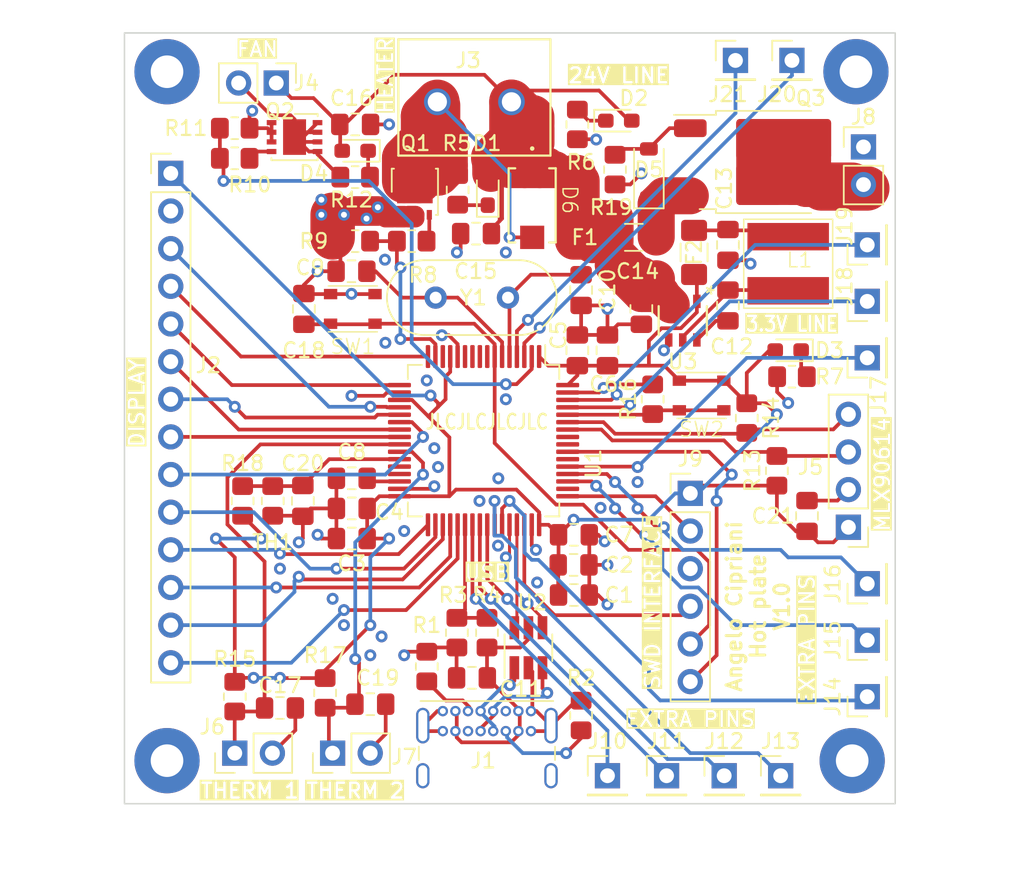
<source format=kicad_pcb>
(kicad_pcb (version 20221018) (generator pcbnew)
  (layers (0 "F.Cu" signal) (1 "In1.Cu" signal) (2 "In2.Cu" signal) (31 "B.Cu" signal) (35 "F.Paste" user) (36 "B.SilkS" user "B.Silkscreen") (37 "F.SilkS" user "F.Silkscreen") (38 "B.Mask" user) (39 "F.Mask" user) (44 "Edge.Cuts" user))
  (net 0 "")
  (net 1 "+3.3V")
  (net 2 "GNDREF")
  (net 3 "Net-(U1-VCAP_1)")
  (net 4 "Net-(U1-PH1)")
  (net 5 "Net-(U1-PH0)")
  (net 6 "/USB_POWER")
  (net 7 "Net-(U3-BST)")
  (net 8 "Net-(U3-SW)")
  (net 9 "+24V")
  (net 10 "/THERMISTOR_1")
  (net 11 "/THERMISTOR_2")
  (net 12 "/THERMISTOR_SMD")
  (net 13 "Net-(D1-K)")
  (net 14 "Net-(D2-K)")
  (net 15 "Net-(D3-K)")
  (net 16 "Net-(D4-K)")
  (net 17 "Net-(D5-K)")
  (net 18 "Net-(D5-A)")
  (net 19 "Net-(J1-CC1)")
  (net 20 "Net-(J1-D+-PadA6)")
  (net 21 "Net-(J1-D--PadA7)")
  (net 23 "Net-(J1-CC2)")
  (net 25 "/LCD_CS")
  (net 26 "/LCD_RESET")
  (net 27 "/LCD_D{slash}CX")
  (net 28 "/LCD_MOSI")
  (net 29 "/LCD_CLK")
  (net 30 "/LCD_BACKLIGHT")
  (net 31 "/LCD_MISO")
  (net 32 "/LCD_TOUCH_CLK")
  (net 33 "/LCD_TOUCH_CS")
  (net 34 "/LCD_TOUCH_MOSI")
  (net 35 "/LCD_TOUCH_MISO")
  (net 36 "/LCD_TOUCH_INTERRUPT")
  (net 37 "Net-(J4-Pin_2)")
  (net 38 "/I2C_SCL")
  (net 39 "/I2C_SDA")
  (net 40 "Net-(J8-Pin_2)")
  (net 41 "Net-(Q1-G)")
  (net 42 "Net-(Q2-G)")
  (net 43 "/USB_SENSE")
  (net 44 "/HOT_PLATE_CONTROL")
  (net 45 "/FAN_CONTROL")
  (net 46 "/BOOT")
  (net 53 "/USB_D-")
  (net 54 "/USB_D+")
  (net 59 "Net-(C13-Pad1)")
  (net 60 "Net-(D6-A)")
  (net 61 "/NRESET")
  (net 62 "/SWCLK")
  (net 63 "/SWDIO")
  (net 64 "/SWO")
  (net 66 "/EXTRA_PC8")
  (net 67 "/EXTRA_PC9")
  (net 68 "/EXTRA_PA8")
  (net 69 "/EXTRA_PA9")
  (net 70 "/EXTRA_PA10")
  (net 71 "/EXTRA_PC10")
  (net 72 "/EXTRA_PC11")
  (net 73 "/EXTRA_PC12")
  (net 74 "/EXTRA_PB8")
  (net 75 "/EXTRA_PB9")
  (net 76 "/EXTRA_PC14")
  (net 77 "/EXTRA_PC15")
  (footprint "Project:R_0805_2012Metric_Pad1.20x1.40mm_HandSolder" (layer "F.Cu") (at 119.38 114.046 180)
    (fp_text reference "R8")
    (fp_text value "300Ω")
  )
  (footprint "Project:HPC 5040NF-100M" (layer "F.Cu") (at 144.78 115.57 90)
    (fp_text reference "L1")
    (fp_text value "10μH")
  )
  (footprint "Project:USB_C_Receptacle_GCT_USB4085" (layer "F.Cu") (at 121.478 145.754)
    (fp_text reference "J1")
    (fp_text value "USB_C_Receptacle_USB2.0")
  )
  (footprint "Project:C_0805_2012Metric_Pad1.18x1.45mm_HandSolder" (layer "F.Cu") (at 130.302 135.89)
    (fp_text reference "C2")
    (fp_text value "100nF")
  )
  (footprint "Project:R_0805_2012Metric_Pad1.20x1.40mm_HandSolder" (layer "F.Cu") (at 122.479 110.5845 90)
    (fp_text reference "R5")
    (fp_text value "2.2KΩ")
  )
  (footprint "Project:PinHeader_1x14_P2.54mm_Vertical" (layer "F.Cu") (at 103.124 109.474)
    (fp_text reference "J2")
    (fp_text value "Display_Connector")
  )
  (footprint "Project:R_0805_2012Metric_Pad1.20x1.40mm_HandSolder" (layer "F.Cu") (at 107.437 106.426 180)
    (fp_text reference "R11")
    (fp_text value "10KΩ")
  )
  (footprint "Project:SMADO-214AC_LEAD-FRAME_MCC-L" (layer "F.Cu") (at 127.508 111.252 -90)
    (fp_text reference "D6")
    (fp_text value "SK510A-LTP")
  )
  (footprint "Project:PinHeader_1x01_P2.54mm_Vertical" (layer "F.Cu") (at 140.462 150.114)
    (fp_text reference "J12")
    (fp_text value "Extra_PA8")
  )
  (footprint "Project:C_0805_2012Metric_Pad1.18x1.45mm_HandSolder" (layer "F.Cu") (at 130.556 121.412 90)
    (fp_text reference "C5")
    (fp_text value "100nF")
  )
  (footprint "Project:PinHeader_1x06_P2.54mm_Vertical" (layer "F.Cu") (at 138.176 131.064)
    (fp_text reference "J9")
    (fp_text value "SWD_Connector")
  )
  (footprint "Project:R_0805_2012Metric_Pad1.20x1.40mm_HandSolder" (layer "F.Cu") (at 130.81 146.05 90)
    (fp_text reference "R2")
    (fp_text value "5.1KΩ")
  )
  (footprint "Project:Crystal_HC49-4H_Vertical" (layer "F.Cu") (at 120.994 117.856)
    (fp_text reference "Y1")
    (fp_text value "8MHz")
  )
  (footprint "Project:R_0805_2012Metric_Pad1.20x1.40mm_HandSolder" (layer "F.Cu") (at 145.034 123.19 180)
    (fp_text reference "R7")
    (fp_text value "47Ω")
  )
  (footprint "Project:R_0805_2012Metric_Pad1.20x1.40mm_HandSolder" (layer "F.Cu") (at 130.556 106.172 -90)
    (fp_text reference "R6")
    (fp_text value "2.2KΩ")
  )
  (footprint "Project:DFN-8-1EP_3x3mm_P0.65mm_EP1.55x2.4mm" (layer "F.Cu") (at 119.593 110.718 90)
    (fp_text reference "Q1")
    (fp_text value "AON7524")
  )
  (footprint "Project:C_0805_2012Metric_Pad1.18x1.45mm_HandSolder" (layer "F.Cu") (at 115.316 116.078)
    (fp_text reference "C9")
    (fp_text value "30pF")
  )
  (footprint "Project:R_0805_2012Metric_Pad1.20x1.40mm_HandSolder" (layer "F.Cu") (at 110.0035 131.572 -90)
    (fp_text reference "TH1")
    (fp_text value "Board_Thermistor")
  )
  (footprint "Project:C_0805_2012Metric_Pad1.18x1.45mm_HandSolder" (layer "F.Cu") (at 132.588 121.412 90)
    (fp_text reference "C6")
    (fp_text value "100nF")
  )
  (footprint "Project:LED_0603_1608Metric_Pad1.05x0.95mm_HandSolder" (layer "F.Cu") (at 144.78 121.412 180)
    (fp_text reference "D3")
    (fp_text value "GREEN")
  )
  (footprint "Project:PinHeader_1x02_P2.54mm_Vertical" (layer "F.Cu") (at 110.241 103.378 -90)
    (fp_text reference "J4")
    (fp_text value "Fan_Connector")
  )
  (footprint "Project:TO-252-2" (layer "F.Cu") (at 143.216 108.706)
    (fp_text reference "Q3")
    (fp_text value "MCU45P04-TP")
  )
  (footprint "Project:Fuse_1206_3216Metric_Pad1.42x1.75mm_HandSolder" (layer "F.Cu") (at 134.366 113.792 180)
    (fp_text reference "F1")
    (fp_text value "12A")
  )
  (footprint "Project:C_0805_2012Metric_Pad1.18x1.45mm_HandSolder" (layer "F.Cu") (at 130.81 117.348 90)
    (fp_text reference "C10")
    (fp_text value "30pF")
  )
  (footprint "Project:C_0805_2012Metric_Pad1.18x1.45mm_HandSolder" (layer "F.Cu") (at 115.3375 132.08 180)
    (fp_text reference "C4")
    (fp_text value "100nF")
  )
  (footprint "Project:PinHeader_1x01_P2.54mm_Vertical" (layer "F.Cu") (at 150.114 137.16 90)
    (fp_text reference "J16")
    (fp_text value "Extra_PC11")
  )
  (footprint "Project:C_0805_2012Metric_Pad1.18x1.45mm_HandSolder" (layer "F.Cu") (at 115.3375 130.048 180)
    (fp_text reference "C8")
    (fp_text value "4.7μF")
  )
  (footprint "Project:R_0805_2012Metric_Pad1.20x1.40mm_HandSolder" (layer "F.Cu") (at 107.442 144.78 -90)
    (fp_text reference "R15")
    (fp_text value "4.7KΩ")
  )
  (footprint "Project:SW_LS38J2F-T" (layer "F.Cu") (at 138.938 124.46)
    (fp_text reference "SW2")
    (fp_text value "SW_Push")
  )
  (footprint "Project:PinHeader_1x01_P2.54mm_Vertical" (layer "F.Cu") (at 141.224 101.854)
    (fp_text reference "J21")
    (fp_text value "Extra_PC15")
  )
  (footprint "Project:PinHeader_1x02_P2.54mm_Vertical" (layer "F.Cu") (at 149.86 107.691)
    (fp_text reference "J8")
    (fp_text value "Power_Supply_Connector")
  )
  (footprint "Project:PinHeader_1x01_P2.54mm_Vertical" (layer "F.Cu") (at 150.114 140.97 90)
    (fp_text reference "J15")
    (fp_text value "Extra_PC10")
  )
  (footprint "Project:C_0805_2012Metric_Pad1.18x1.45mm_HandSolder" (layer "F.Cu") (at 146.05 132.588 -90)
    (fp_text reference "C21")
    (fp_text value "3.3μF")
  )
  (footprint "Project:R_0805_2012Metric_Pad1.20x1.40mm_HandSolder" (layer "F.Cu") (at 133.096 109.22 -90)
    (fp_text reference "R19")
    (fp_text value "100KΩ")
  )
  (footprint "Project:PinHeader_1x02_P2.54mm_Vertical" (layer "F.Cu") (at 107.442 148.59 90)
    (fp_text reference "J6")
    (fp_text value "Thermistor_1_Connector")
  )
  (footprint "Project:Fuse_1206_3216Metric_Pad1.42x1.75mm_HandSolder" (layer "F.Cu") (at 138.43 114.808 -90)
    (fp_text reference "F2")
    (fp_text value "500mA")
  )
  (footprint "Project:C_0805_2012Metric_Pad1.18x1.45mm_HandSolder" (layer "F.Cu") (at 123.444 143.51)
    (fp_text reference "C11")
    (fp_text value "0.1μF")
  )
  (footprint "Project:SW_LS38J2F-T" (layer "F.Cu") (at 115.406 118.618)
    (fp_text reference "SW1")
    (fp_text value "SW_Push")
  )
  (footprint "Project:PinHeader_1x01_P2.54mm_Vertical" (layer "F.Cu") (at 150.114 121.92 90)
    (fp_text reference "J17")
    (fp_text value "Extra_PC12")
  )
  (footprint "Project:R_0805_2012Metric_Pad1.20x1.40mm_HandSolder" (layer "F.Cu") (at 124.46 140.462 90)
    (fp_text reference "R3")
    (fp_text value "2.7KΩ")
  )
  (footprint "Project:C_0805_2012Metric_Pad1.18x1.45mm_HandSolder" (layer "F.Cu") (at 112.104 118.618 -90)
    (fp_text reference "C18")
    (fp_text value "100nF")
  )
  (footprint "Project:R_0805_2012Metric_Pad1.20x1.40mm_HandSolder" (layer "F.Cu") (at 120.396 142.748 90)
    (fp_text reference "R1")
    (fp_text value "5.1KΩ")
  )
  (footprint "Project:PinHeader_1x01_P2.54mm_Vertical" (layer "F.Cu") (at 150.114 118.11 90)
    (fp_text reference "J18")
    (fp_text value "Extra_PB8")
  )
  (footprint "Project:C_0805_2012Metric_Pad1.18x1.45mm_HandSolder" (layer "F.Cu") (at 112.0355 131.572 90)
    (fp_text reference "C20")
    (fp_text value "3.3μF")
  )
  (footprint "Project:C_0805_2012Metric_Pad1.18x1.45mm_HandSolder" (layer "F.Cu") (at 115.565 106.172)
    (fp_text reference "C16")
    (fp_text value "10μF")
  )
  (footprint "Project:MountingHole_2.2mm_M2_Pad" (layer "F.Cu") (at 102.87 102.616)
    (fp_text reference "REF**" hide)
    (fp_text value "MountingHole_2.2mm_M2_Pad")
  )
  (footprint "Project:AP63203WU-7_DIO" (layer "F.Cu") (at 137.668 119.41175 -90)
    (fp_text reference "U3")
    (fp_text value "AP63203WU-7")
  )
  (footprint "Project:R_0805_2012Metric_Pad1.20x1.40mm_HandSolder" (layer "F.Cu") (at 107.9715 131.572 90)
    (fp_text reference "R18")
    (fp_text value "4.7KΩ")
  )
  (footprint "Project:C_0805_2012Metric_Pad1.18x1.45mm_HandSolder" (layer "F.Cu") (at 123.7195 113.538 180)
    (fp_text reference "C15")
    (fp_text value "10μF")
  )
  (footprint "Project:D_SOD-123" (layer "F.Cu") (at 135.382 109.474 90)
    (fp_text reference "D5")
    (fp_text value "D_Zener")
  )
  (footprint "Project:PinHeader_1x01_P2.54mm_Vertical" (layer "F.Cu") (at 150.114 144.78 90)
    (fp_text reference "J14")
    (fp_text value "Extra_PA10")
  )
  (footprint "Project:MountingHole_2.2mm_M2_Pad" (layer "F.Cu") (at 149.098 149.098)
    (fp_text reference "REF**" hide)
    (fp_text value "MountingHole_2.2mm_M2_Pad")
  )
  (footprint "Project:R_0805_2012Metric_Pad1.20x1.40mm_HandSolder" (layer "F.Cu") (at 115.565 109.728 180)
    (fp_text reference "R12")
    (fp_text value "2.2KΩ")
  )
  (footprint "Project:LQFP-64_10x10mm_P0.5mm" (layer "F.Cu") (at 124.2275 127.508 -90)
    (fp_text reference "U1")
    (fp_text value "STM32F730R8T6")
  )
  (footprint "Project:SOT-23-6_Handsoldering" (layer "F.Cu") (at 127.254 141.478 90)
    (fp_text reference "U2")
    (fp_text value "USBLC6-2SC6")
  )
  (footprint "Project:TERM_BLK_2POS_SIDE_ENTRY_5MM_691137710002" (layer "F.Cu") (at 126.1091 104.648 180)
    (fp_text reference "J3")
    (fp_text value "Hot_Plate_Connector")
  )
  (footprint "Project:R_0805_2012Metric_Pad1.20x1.40mm_HandSolder" (layer "F.Cu") (at 141.986 125.984 -90)
    (fp_text reference "R14")
    (fp_text value "4.7KΩ")
  )
  (footprint "Project:LED_0603_1608Metric_Pad1.05x0.95mm_HandSolder" (layer "F.Cu") (at 115.565 107.95 180)
    (fp_text reference "D4")
    (fp_text value "GREEN")
  )
  (footprint "Project:PinHeader_1x01_P2.54mm_Vertical" (layer "F.Cu") (at 144.272 150.114)
    (fp_text reference "J13")
    (fp_text value "Extra_PA9")
  )
  (footprint "Project:R_0805_2012Metric_Pad1.20x1.40mm_HandSolder" (layer "F.Cu") (at 107.437 108.458 180)
    (fp_text reference "R10")
    (fp_text value "300Ω")
  )
  (footprint "Project:R_0805_2012Metric_Pad1.20x1.40mm_HandSolder" (layer "F.Cu") (at 115.57 114.046)
    (fp_text reference "R9")
    (fp_text value "10KΩ")
  )
  (footprint "Project:LED_0603_1608Metric_Pad1.05x0.95mm_HandSolder" (layer "F.Cu") (at 133.35 105.918)
    (fp_text reference "D2")
    (fp_text value "GREEN")
  )
  (footprint "Project:C_0805_2012Metric_Pad1.18x1.45mm_HandSolder" (layer "F.Cu") (at 116.586 145.288 180)
    (fp_text reference "C19")
    (fp_text value "3.3μF")
  )
  (footprint "Project:C_0805_2012Metric_Pad1.18x1.45mm_HandSolder" (layer "F.Cu") (at 134.874 118.618 -90)
    (fp_text reference "C14")
    (fp_text value "10μF")
  )
  (footprint "Project:C_0805_2012Metric_Pad1.18x1.45mm_HandSolder" (layer "F.Cu") (at 140.716 118.3855 90)
    (fp_text reference "C12")
    (fp_text value "100nF")
  )
  (footprint "Project:C_0805_2012Metric_Pad1.18x1.45mm_HandSolder" (layer "F.Cu") (at 130.3235 133.858)
    (fp_text reference "C7")
    (fp_text value "4.7μF")
  )
  (footprint "Project:R_0805_2012Metric_Pad1.20x1.40mm_HandSolder" (layer "F.Cu") (at 122.428 140.462 -90)
    (fp_text reference "R4")
    (fp_text value "4.7KΩ")
  )
  (footprint "Project:C_0805_2012Metric_Pad1.18x1.45mm_HandSolder" (layer "F.Cu") (at 110.49 145.542 180)
    (fp_text reference "C17")
    (fp_text value "3.3μF")
  )
  (footprint "Project:R_0805_2012Metric_Pad1.20x1.40mm_HandSolder" (layer "F.Cu") (at 135.636 124.714 90)
    (fp_text reference "R16")
    (fp_text value "10KΩ")
  )
  (footprint "Project:LED_0603_1608Metric_Pad1.05x0.95mm_HandSolder" (layer "F.Cu") (at 124.511 110.744 90)
    (fp_text reference "D1")
    (fp_text value "RED")
  )
  (footprint "Project:R_0805_2012Metric_Pad1.20x1.40mm_HandSolder" (layer "F.Cu") (at 144.018 129.54 90)
    (fp_text reference "R13")
    (fp_text value "4.7KΩ")
  )
  (footprint "Project:PinHeader_1x04_P2.54mm_Vertical" (layer "F.Cu") (at 148.844 133.35 180)
    (fp_text reference "J5")
    (fp_text value "MLX90614_Connector")
  )
  (footprint "Project:DFN-8-1EP_3x3mm_P0.65mm_EP1.55x2.4mm" (layer "F.Cu") (at 111.475 107.026)
    (fp_text reference "Q2")
    (fp_text value "AON7524")
  )
  (footprint "Project:PinHeader_1x01_P2.54mm_Vertical" (layer "F.Cu") (at 150.114 114.3 90)
    (fp_text reference "J19")
    (fp_text value "Extra_PB9")
  )
  (footprint "Project:C_0805_2012Metric_Pad1.18x1.45mm_HandSolder" (layer "F.Cu") (at 140.716 114.3 -90)
    (fp_text reference "C13")
    (fp_text value "47μF")
  )
  (footprint "Project:PinHeader_1x01_P2.54mm_Vertical" (layer "F.Cu") (at 136.574 150.114)
    (fp_text reference "J11")
    (fp_text value "Extra_PC9")
  )
  (footprint "Project:PinHeader_1x02_P2.54mm_Vertical" (layer "F.Cu") (at 114.041 148.59 90)
    (fp_text reference "J7")
    (fp_text value "Thermistor_2_Connector")
  )
  (footprint "Project:C_0805_2012Metric_Pad1.18x1.45mm_HandSolder" (layer "F.Cu") (at 130.3235 137.922)
    (fp_text reference "C1")
    (fp_text value "100nF")
  )
  (footprint "Project:R_0805_2012Metric_Pad1.20x1.40mm_HandSolder" (layer "F.Cu") (at 113.538 144.526 -90)
    (fp_text reference "R17")
    (fp_text value "4.7KΩ")
  )
  (footprint "Project:PinHeader_1x01_P2.54mm_Vertical" (layer "F.Cu") (at 145.034 101.854)
    (fp_text reference "J20")
    (fp_text value "Extra_PC14")
  )
  (footprint "Project:MountingHole_2.2mm_M2_Pad" (layer "F.Cu") (at 149.352 102.616)
    (fp_text reference "REF**" hide)
    (fp_text value "MountingHole_2.2mm_M2_Pad")
  )
  (footprint "Project:C_0805_2012Metric_Pad1.18x1.45mm_HandSolder" (layer "F.Cu") (at 115.3375 134.112 180)
    (fp_text reference "C3")
    (fp_text value "100nF")
  )
  (footprint "Project:MountingHole_2.2mm_M2_Pad" (layer "F.Cu") (at 102.87 149.098)
    (fp_text reference "REF**" hide)
    (fp_text value "MountingHole_2.2mm_M2_Pad")
  )
  (footprint "Project:PinHeader_1x01_P2.54mm_Vertical" (layer "F.Cu") (at 132.588 150.114)
    (fp_text reference "J10")
    (fp_text value "Extra_PC8")
  )
  (gr_rect (start 100 100) (end 152 152) (stroke (width 0.1)) (fill none) (layer "Edge.Cuts"))
  (gr_text "THERM 2" (at 115.57 151.13) (layer "F.SilkS" knockout) (effects (font (size 1 1) (thickness 0.17) bold)))
  (gr_text "Angelo Cipriani\nHot plate\nV1.0" (at 142.748 138.684 90) (layer "F.SilkS") (effects (font (size 1 1) (thickness 0.2) bold)))
  (gr_text "3.3V LINE" (at 145.034 119.634) (layer "F.SilkS" knockout) (effects (font (size 1 0.85) (thickness 0.17) bold)))
  (gr_text "THERM 1" (at 108.458 151.13) (layer "F.SilkS" knockout) (effects (font (size 1 1) (thickness 0.17) bold)))
  (gr_text "SWD INTERFACE" (at 135.636 138.43 90) (layer "F.SilkS" knockout) (effects (font (size 1 1))))
  (gr_text "EXTRA PINS" (at 138.176 146.304) (layer "F.SilkS" knockout) (effects (font (size 1 1))))
  (gr_text "FAN" (at 108.966 101.092) (layer "F.SilkS" knockout) (effects (font (size 1 1))))
  (gr_text "24V LINE" (at 133.35 102.87) (layer "F.SilkS" knockout) (effects (font (size 1 1) (thickness 0.17) bold)))
  (gr_text "USB" (at 124.46 136.398) (layer "F.SilkS" knockout) (effects (font (size 1 1))))
  (gr_text "EXTRA PINS" (at 146.05 140.97 90) (layer "F.SilkS" knockout) (effects (font (size 1 1))))
  (gr_text "JLCJLCJLCJLC" (at 124.46 126.238) (layer "F.SilkS") (effects (font (size 1 0.8))))
  (gr_text "DISPLAY" (at 100.838 124.968 90) (layer "F.SilkS" knockout) (effects (font (size 1 1))))
  (gr_text "HEATER" (at 117.602 102.87 90) (layer "F.SilkS" knockout) (effects (font (size 1 0.93))))
  (gr_text "MLX90614" (at 151.13 129.794 90) (layer "F.SilkS" knockout) (effects (font (size 1 1))))
  (segment (start 116.375 134.112) (end 116.375 132.08) (width 0.25) (layer "F.Cu") (net 1))
  (segment (start 146.7905 134.366) (end 146.05 133.6255) (width 0.25) (layer "F.Cu") (net 1))
  (segment (start 138.618001 118.11) (end 138.618001 116.483501) (width 0.25) (layer "F.Cu") (net 1))
  (segment (start 121.666 124.714) (end 121.158 125.222) (width 0.25) (layer "F.Cu") (net 1))
  (segment (start 136.234424 119.92075) (end 135.382 120.773174) (width 0.25) (layer "F.Cu") (net 1))
  (segment (start 127.9775 132.342314) (end 126.445186 130.81) (width 0.25) (layer "F.Cu") (net 1))
  (segment (start 113.538 143.002) (end 116.586 139.954) (width 0.25) (layer "F.Cu") (net 1))
  (segment (start 141.986 124.984) (end 143.272 124.984) (width 0.25) (layer "F.Cu") (net 1))
  (segment (start 118.5525 131.258) (end 117.197 131.258) (width 0.25) (layer "F.Cu") (net 1))
  (segment (start 107.442 143.78) (end 107.442 135.382) (width 0.25) (layer "F.Cu") (net 1))
  (segment (start 117.197 131.258) (end 116.375 132.08) (width 0.25) (layer "F.Cu") (net 1))
  (segment (start 140.462 123.46) (end 137.438 123.46) (width 0.25) (layer "F.Cu") (net 1))
  (segment (start 110.506 143.526) (end 110.49 143.51) (width 0.25) (layer "F.Cu") (net 1))
  (segment (start 108.712 143.51) (end 107.712 143.51) (width 0.25) (layer "F.Cu") (net 1))
  (segment (start 121.9775 121.833) (end 121.9775 122.869195) (width 0.25) (layer "F.Cu") (net 1))
  (segment (start 113.538 143.526) (end 113.538 143.002) (width 0.25) (layer "F.Cu") (net 1))
  (segment (start 143.51 121.412) (end 141.986 122.936) (width 0.25) (layer "F.Cu") (net 1))
  (segment (start 122.368 130.81) (end 121.92 131.258) (width 0.25) (layer "F.Cu") (net 1))
  (segment (start 138.618001 118.842885) (end 137.540136 119.92075) (width 0.25) (layer "F.Cu") (net 1))
  (segment (start 141.986 124.984) (end 140.462 123.46) (width 0.25) (layer "F.Cu") (net 1))
  (segment (start 121.92 131.258) (end 118.5525 131.258) (width 0.25) (layer "F.Cu") (net 1))
  (segment (start 148.844 133.35) (end 147.828 134.366) (width 0.25) (layer "F.Cu") (net 1))
  (segment (start 130.556 123.1045) (end 129.9025 123.758) (width 0.25) (layer "F.Cu") (net 1))
  (segment (start 147.828 134.366) (end 146.7905 134.366) (width 0.25) (layer "F.Cu") (net 1))
  (segment (start 129.2645 137.9005) (end 129.286 137.922) (width 0.25) (layer "F.Cu") (net 1))
  (segment (start 129.2645 135.89) (end 129.2645 137.9005) (width 0.25) (layer "F.Cu") (net 1))
  (segment (start 121.158 124.968) (end 121.158 125.222) (width 0.25) (layer "F.Cu") (net 1))
  (segment (start 132.588 122.4495) (end 135.382 122.4495) (width 0.25) (layer "F.Cu") (net 1))
  (segment (start 129.286 135.8685) (end 129.2645 135.89) (width 0.25) (layer "F.Cu") (net 1))
  (segment (start 143.905 121.412) (end 143.51 121.412) (width 0.25) (layer "F.Cu") (net 1))
  (segment (start 117.856 134.112) (end 116.375 134.112) (width 0.25) (layer "F.Cu") (net 1))
  (segment (start 127.9775 133.183) (end 127.9775 132.342314) (width 0.25) (layer "F.Cu") (net 1))
  (segment (start 107.442 135.382) (end 106.172 134.112) (width 0.25) (layer "F.Cu") (net 1))
  (segment (start 130.556 122.4495) (end 128.594 122.4495) (width 0.25) (layer "F.Cu") (net 1))
  (segment (start 128.611 133.183) (end 129.286 133.858) (width 0.25) (layer "F.Cu") (net 1))
  (segment (start 143.272 124.984) (end 144.018 125.73) (width 0.25) (layer "F.Cu") (net 1))
  (segment (start 119.393186 124.758) (end 118.5525 124.758) (width 0.25) (layer "F.Cu") (net 1))
  (segment (start 146.05 133.6255) (end 145.3095 133.6255) (width 0.25) (layer "F.Cu") (net 1))
  (segment (start 121.92 127.284814) (end 120.507593 125.872407) (width 0.25) (layer "F.Cu") (net 1))
  (segment (start 121.92 131.258) (end 121.92 127.284814) (width 0.25) (layer "F.Cu") (net 1))
  (segment (start 121.9775 122.869195) (end 121.666 123.180695) (width 0.25) (layer "F.Cu") (net 1))
  (segment (start 130.302 132.842) (end 129.286 133.858) (width 0.25) (layer "F.Cu") (net 1))
  (segment (start 130.556 122.4495) (end 130.556 123.1045) (width 0.25) (layer "F.Cu") (net 1))
  (segment (start 109.22 134.112) (end 109.22 133.8205) (width 0.25) (layer "F.Cu") (net 1))
  (segment (start 141.986 122.936) (end 141.986 124.984) (width 0.25) (layer "F.Cu") (net 1))
  (segment (start 138.618001 116.483501) (end 138.43 116.2955) (width 0.25) (layer "F.Cu") (net 1))
  (segment (start 138.7 130.54) (end 138.176 131.064) (width 0.25) (layer "F.Cu") (net 1))
  (segment (start 135.382 120.773174) (end 135.382 122.4495) (width 0.25) (layer "F.Cu") (net 1))
  (segment (start 113.538 143.526) (end 110.506 143.526) (width 0.25) (layer "F.Cu") (net 1))
  (segment (start 120.507593 125.872407) (end 119.393186 124.758) (width 0.25) (layer "F.Cu") (net 1))
  (segment (start 130.556 122.4495) (end 132.588 122.4495) (width 0.25) (layer "F.Cu") (net 1))
  (segment (start 126.445186 130.81) (end 122.368 130.81) (width 0.25) (layer "F.Cu") (net 1))
  (segment (start 121.666 123.180695) (end 121.666 124.714) (width 0.25) (layer "F.Cu") (net 1))
  (segment (start 137.540136 119.92075) (end 136.234424 119.92075) (width 0.25) (layer "F.Cu") (net 1))
  (segment (start 136.4275 122.4495) (end 137.438 123.46) (width 0.25) (layer "F.Cu") (net 1))
  (segment (start 144.018 130.54) (end 138.7 130.54) (width 0.25) (layer "F.Cu") (net 1))
  (segment (start 128.594 122.4495) (end 127.9775 121.833) (width 0.25) (layer "F.Cu") (net 1))
  (segment (start 135.382 122.4495) (end 136.4275 122.4495) (width 0.25) (layer "F.Cu") (net 1))
  (segment (start 120.65 124.46) (end 121.158 124.968) (width 0.25) (layer "F.Cu") (net 1))
  (segment (start 109.22 133.8205) (end 107.9715 132.572) (width 0.25) (layer "F.Cu") (net 1))
  (segment (start 144.018 132.334) (end 144.018 130.54) (width 0.25) (layer "F.Cu") (net 1))
  (segment (start 138.618001 118.11) (end 138.618001 118.842885) (width 0.25) (layer "F.Cu") (net 1))
  (segment (start 107.712 143.51) (end 107.442 143.78) (width 0.25) (layer "F.Cu") (net 1))
  (segment (start 121.158 125.222) (end 120.507593 125.872407) (width 0.25) (layer "F.Cu") (net 1))
  (segment (start 127.9775 133.183) (end 128.611 133.183) (width 0.25) (layer "F.Cu") (net 1))
  (segment (start 129.286 133.858) (end 129.286 135.8685) (width 0.25) (layer "F.Cu") (net 1))
  (segment (start 145.3095 133.6255) (end 144.018 132.334) (width 0.25) (layer "F.Cu") (net 1))
  (via (at 116.586 139.954) (size 0.8) (drill 0.4) (layers "F.Cu" "B.Cu") (net 1))
  (via (at 144.018 125.73) (size 0.8) (drill 0.4) (layers "F.Cu" "B.Cu") (net 1))
  (via (at 130.302 132.842) (size 0.8) (drill 0.4) (layers "F.Cu" "B.Cu") (net 1))
  (via (at 117.856 134.112) (size 0.8) (drill 0.4) (layers "F.Cu" "B.Cu") (net 1))
  (via (at 109.22 134.112) (size 0.8) (drill 0.4) (layers "F.Cu" "B.Cu") (net 1))
  (via (at 120.65 124.46) (size 0.8) (drill 0.4) (layers "F.Cu" "B.Cu") (net 1))
  (via (at 106.172 134.112) (size 0.8) (drill 0.4) (layers "F.Cu" "B.Cu") (net 1))
  (via (at 110.49 143.51) (size 0.8) (drill 0.4) (layers "F.Cu" "B.Cu") (net 1))
  (via (at 108.712 143.51) (size 0.8) (drill 0.4) (layers "F.Cu" "B.Cu") (net 1))
  (segment (start 110.49 143.51) (end 108.712 143.51) (width 0.25) (layer "B.Cu") (net 1))
  (segment (start 106.172 134.112) (end 109.22 134.112) (width 0.25) (layer "B.Cu") (net 1))
  (segment (start 135.382 132.842) (end 137.16 131.064) (width 0.25) (layer "B.Cu") (net 1))
  (segment (start 120.65 124.46) (end 118.11 124.46) (width 0.25) (layer "B.Cu") (net 1))
  (segment (start 116.586 139.954) (end 116.586 135.382) (width 0.25) (layer "B.Cu") (net 1))
  (segment (start 118.11 124.46) (end 103.124 109.474) (width 0.25) (layer "B.Cu") (net 1))
  (segment (start 130.302 132.842) (end 135.382 132.842) (width 0.25) (layer "B.Cu") (net 1))
  (segment (start 144.018 125.73) (end 138.684 131.064) (width 0.25) (layer "B.Cu") (net 1))
  (segment (start 116.586 135.382) (end 117.856 134.112) (width 0.25) (layer "B.Cu") (net 1))
  (segment (start 138.684 131.064) (end 138.176 131.064) (width 0.25) (layer "B.Cu") (net 1))
  (segment (start 137.16 131.064) (end 138.176 131.064) (width 0.25) (layer "B.Cu") (net 1))
  (segment (start 110.0035 132.572) (end 111.998 132.572) (width 0.25) (layer "F.Cu") (net 2))
  (segment (start 120.498 147.104) (end 120.128 146.734) (width 0.25) (layer "F.Cu") (net 2))
  (segment (start 127.254 142.828) (end 127.518 143.092) (width 0.25) (layer "F.Cu") (net 2))
  (segment (start 133.096 109.847) (end 133.096 110.22) (width 0.25) (layer "F.Cu") (net 2))
  (segment (start 111.5275 147.0445) (end 109.982 148.59) (width 0.25) (layer "F.Cu") (net 2))
  (segment (start 122.682 114.554) (end 122.428 114.808) (width 0.25) (layer "F.Cu") (net 2))
  (segment (start 116.6025 106.172) (end 117.856 106.172) (width 0.25) (layer "F.Cu") (net 2))
  (segment (start 132.3555 118.3855) (end 132.588 118.618) (width 0.25) (layer "F.Cu") (net 2))
  (segment (start 112.104 117.5805) (end 112.104 117.004) (width 0.25) (layer "F.Cu") (net 2))
  (segment (start 122.428 141.462) (end 120.682 141.462) (width 0.25) (layer "F.Cu") (net 2))
  (segment (start 112.565 132.08) (end 112.0355 132.6095) (width 0.25) (layer "F.Cu") (net 2))
  (segment (start 109.925 106.051) (end 109.925 107.351) (width 0.25) (layer "F.Cu") (net 2))
  (segment (start 131.951932 137.922) (end 132.588 138.558068) (width 0.25) (layer "F.Cu") (net 2))
  (segment (start 115.316 124.4825) (end 117.487314 124.4825) (width 0.25) (layer "F.Cu") (net 2))
  (segment (start 131.3395 135.89) (end 132.588 135.89) (width 0.25) (layer "F.Cu") (net 2))
  (segment (start 148.1035 131.5505) (end 148.844 130.81) (width 0.25) (layer "F.Cu") (net 2))
  (segment (start 119.11 141.748) (end 118.872 141.986) (width 0.25) (layer "F.Cu") (net 2))
  (segment (start 134.874 119.6555) (end 133.307 119.6555) (width 0.25) (layer "F.Cu") (net 2))
  (segment (start 133.307 119.6555) (end 132.588 120.3745) (width 0.25) (layer "F.Cu") (net 2))
  (segment (start 132.028 124.258) (end 129.9025 124.258) (width 0.25) (layer "F.Cu") (net 2))
  (segment (start 131.962076 133.858) (end 131.361 133.858) (width 0.25) (layer "F.Cu") (net 2))
  (segment (start 118.114341 112.522) (end 117.602 112.522) (width 1.2) (layer "F.Cu") (net 2))
  (segment (start 132.572 123.714) (end 135.636 123.714) (width 0.25) (layer "F.Cu") (net 2))
  (segment (start 121.412 120.396) (end 121.881186 120.396) (width 0.25) (layer "F.Cu") (net 2))
  (segment (start 131.361 133.858) (end 131.361 137.922) (width 0.25) (layer "F.Cu") (net 2))
  (segment (start 127.4775 133.183) (end 127.4775 134.5895) (width 0.25) (layer "F.Cu") (net 2))
  (segment (start 114.2785 116.078) (end 113.03 116.078) (width 0.25) (layer "F.Cu") (net 2))
  (segment (start 119.918 112.268) (end 119.126 112.268) (width 0.25) (layer "F.Cu") (net 2))
  (segment (start 119.638341 112.268) (end 119.126 112.268) (width 1.2) (layer "F.Cu") (net 2))
  (segment (start 127.518 143.092) (end 127.518 145.835) (width 0.25) (layer "F.Cu") (net 2))
  (segment (start 134.128 110.22) (end 134.874 109.474) (width 0.25) (layer "F.Cu") (net 2))
  (segment (start 117.098341 112.014) (end 115.57 112.014) (width 2) (layer "F.Cu") (net 2))
  (segment (start 121.478 145.754) (end 121.108 145.754) (width 0.25) (layer "F.Cu") (net 2))
  (segment (start 121.881186 120.396) (end 122.4775 120.992314) (width 0.25) (layer "F.Cu") (net 2))
  (segment (start 130.81 145.05) (end 130.462 145.05) (width 0.25) (layer "F.Cu") (net 2))
  (segment (start 111.998 132.572) (end 112.0355 132.6095) (width 0.25) (layer "F.Cu") (net 2))
  (segment (start 132.402038 134.297962) (end 131.962076 133.858) (width 0.25) (layer "F.Cu") (net 2))
  (segment (start 111.5275 145.542) (end 111.5275 147.0445) (width 0.25) (layer "F.Cu") (net 2))
  (segment (start 132.334 123.952) (end 132.028 124.258) (width 0.25) (layer "F.Cu") (net 2))
  (segment (start 118.876341 112.268) (end 118.364 112.268) (width 1.2) (layer "F.Cu") (net 2))
  (segment (start 120.682 141.462) (end 120.396 141.748) (width 0.25) (layer "F.Cu") (net 2))
  (segment (start 120.396 141.748) (end 119.11 141.748) (width 0.25) (layer "F.Cu") (net 2))
  (segment (start 130.81 120.1205) (end 130.556 120.3745) (width 0.25) (layer "F.Cu") (net 2))
  (segment (start 118.114341 112.268) (end 117.602 112.268) (width 1.2) (layer "F.Cu") (net 2))
  (segment (start 133.096 110.22) (end 134.128 110.22) (width 0.25) (layer "F.Cu") (net 2))
  (segment (start 127.4775 134.5895) (end 127.762 134.874) (width 0.25) (layer "F.Cu") (net 2))
  (segment (start 132.334 123.952) (end 132.572 123.714) (width 0.25) (layer "F.Cu") (net 2))
  (segment (start 121.478 147.104) (end 120.498 147.104) (width 0.25) (layer "F.Cu") (net 2))
  (segment (start 117.487314 124.4825) (end 117.711814 124.258) (width 0.25) (layer "F.Cu") (net 2))
  (segment (start 130.81 118.3855) (end 130.81 120.1205) (width 0.25) (layer "F.Cu") (net 2))
  (segment (start 122.4065 143.51) (end 122.4065 141.4835) (width 0.25) (layer "F.Cu") (net 2))
  (segment (start 108.618556 105.249444) (end 108.437 105.431) (width 0.25) (layer "F.Cu") (net 2))
  (segment (start 121.108 145.754) (end 120.128 146.734) (width 0.25) (layer "F.Cu") (net 2))
  (segment (start 144.034 123.19) (end 144.034 124.222) (width 0.25) (layer "F.Cu") (net 2))
  (segment (start 130.462 145.05) (end 128.778 146.734) (width 0.25) (layer "F.Cu") (net 2))
  (segment (start 113.906 117.618) (end 112.1415 117.618) (width 0.25) (layer "F.Cu") (net 2))
  (segment (start 136.717999 120.7135) (end 136.717999 121.092001) (width 0.25) (layer "F.Cu") (net 2))
  (segment (start 113.284 134.112) (end 113.03 133.858) (width 0.25) (layer "F.Cu") (net 2))
  (segment (start 112.0355 134.0905) (end 111.76 134.366) (width 0.25) (layer "F.Cu") (net 2))
  (segment (start 122.4775 120.992314) (end 122.4775 121.833) (width 0.25) (layer "F.Cu") (net 2))
  (segment (start 117.6235 145.288) (end 117.6235 147.2985) (width 0.25) (layer "F.Cu") (net 2))
  (segment (start 108.437 105.431) (end 108.437 106.426) (width 0.25) (layer "F.Cu") (net 2))
  (segment (start 142.0075 115.3375) (end 142.24 115.57) (width 0.25) (layer "F.Cu") (net 2))
  (segment (start 112.0355 132.6095) (end 112.0355 134.0905) (width 0.25) (layer "F.Cu") (net 2))
  (segment (start 119.268 112.268) (end 119.918 112.268) (width 0.25) (layer "F.Cu") (net 2))
  (segment (start 140.716 115.3375) (end 142.0075 115.3375) (width 0.25) (layer "F.Cu") (net 2))
  (segment (start 114.57 115.7865) (end 114.2785 116.078) (width 0.25) (layer "F.Cu") (net 2))
  (segment (start 118.5525 130.758) (end 120.7295 130.758) (width 0.25) (layer "F.Cu") (net 2))
  (segment (start 114.3 132.08) (end 114.3 130.048) (width 0.25) (layer "F.Cu") (net 2))
  (segment (start 118.876341 112.522) (end 118.364 112.522) (width 1.2) (layer "F.Cu") (net 2))
  (segment (start 114.57 114.046) (end 114.57 115.7865) (width 0.25) (layer "F.Cu") (net 2))
  (segment (start 112.104 117.004) (end 113.03 116.078) (width 0.25) (layer "F.Cu") (net 2))
  (segment (start 130.81 118.3855) (end 132.3555 118.3855) (width 0.25) (layer "F.Cu") (net 2))
  (segment (start 144.034 124.222) (end 144.78 124.968) (width 0.25) (layer "F.Cu") (net 2))
  (segment (start 122.682 113.538) (end 122.682 114.554) (width 0.25) (layer "F.Cu") (net 2))
  (segment (start 131.826 107.188) (end 131.81 107.172) (width 0.25) (layer "F.Cu") (net 2))
  (segment (start 131.361 137.922) (end 131.951932 137.922) (width 0.25) (layer "F.Cu") (net 2))
  (segment (start 117.6235 147.2985) (end 116.332 148.59) (width 0.25) (layer "F.Cu") (net 2))
  (segment (start 112.1415 117.618) (end 112.104 117.5805) (width 0.25) (layer "F.Cu") (net 2))
  (segment (start 132.588 120.3745) (end 132.588 118.618) (width 0.25) (layer "F.Cu") (net 2))
  (segment (start 114.3 134.112) (end 113.284 134.112) (width 0.25) (layer "F.Cu") (net 2))
  (segment (start 127.798 145.754) (end 128.778 146.734) (width 0.25) (layer "F.Cu") (net 2))
  (segment (start 136.717999 121.092001) (end 136.398 121.412) (width 0.25) (layer "F.Cu") (net 2))
  (segment (start 108.437 106.426) (end 109.65 106.426) (width 0.25) (layer "F.Cu") (net 2))
  (segment (start 117.711814 124.258) (end 118.5525 124.258) (width 0.25) (layer "F.Cu") (net 2))
  (segment (start 119.638341 112.268) (end 119.126 112.268) (width 1.2) (layer "F.Cu") (net 2))
  (segment (start 130.556 120.3745) (end 132.588 120.3745) (width 0.25) (layer "F.Cu") (net 2))
  (segment (start 109.65 106.426) (end 109.925 106.701) (width 0.25) (layer "F.Cu") (net 2))
  (segment (start 128.408 147.104) (end 128.778 146.734) (width 0.25) (layer "F.Cu") (net 2))
  (segment (start 120.7295 130.758) (end 120.904 130.5835) (width 0.25) (layer "F.Cu") (net 2))
  (segment (start 127.428 145.754) (end 127.798 145.754) (width 0.25) (layer "F.Cu") (net 2))
  (segment (start 127.428 147.104) (end 128.408 147.104) (width 0.25) (layer "F.Cu") (net 2))
  (segment (start 113.906 117.618) (end 116.906 117.618) (width 0.25) (layer "F.Cu") (net 2))
  (segment (start 114.046 113.796341) (end 114.046 112.268) (width 3) (layer "F.Cu") (net 2))
  (segment (start 119.638341 112.522) (end 119.126 112.522) (width 1.2) (layer "F.Cu") (net 2))
  (segment (start 114.3 132.08) (end 114.3 134.112) (width 0.25) (layer "F.Cu") (net 2))
  (segment (start 114.3 132.08) (end 112.565 132.08) (width 0.25) (layer "F.Cu") (net 2))
  (segment (start 131.81 107.172) (end 130.556 107.172) (width 0.25) (layer "F.Cu") (net 2))
  (segment (start 146.05 131.5505) (end 148.1035 131.5505) (width 0.25) (layer "F.Cu") (net 2))
  (segment (start 122.4065 141.4835) (end 122.428 141.462) (width 0.25) (layer "F.Cu") (net 2))
  (via (at 111.76 134.366) (size 0.8) (drill 0.4) (layers "F.Cu" "B.Cu") (net 2))
  (via (at 117.573967 115.297311) (size 0.8) (drill 0.4) (layers "F.Cu" "B.Cu") (net 2))
  (via (at 121.158 129.286) (size 0.8) (drill 0.4) (layers "F.Cu" "B.Cu") (net 2))
  (via (at 123.952 131.572) (size 0.8) (drill 0.4) (layers "F.Cu" "B.Cu") (net 2))
  (via (at 134.62 130.302) (size 0.8) (drill 0.4) (layers "F.Cu" "B.Cu") (net 2))
  (via (at 122.428 114.808) (size 0.8) (drill 0.4) (layers "F.Cu" "B.Cu") (net 2))
  (via (at 144.78 124.968) (size 0.8) (drill 0.4) (layers "F.Cu" "B.Cu") (net 2))
  (via (at 108.618556 105.249444) (size 0.8) (drill 0.4) (layers "F.Cu" "B.Cu") (net 2))
  (via (at 132.334 123.952) (size 0.8) (drill 0.4) (layers "F.Cu" "B.Cu") (net 2))
  (via (at 127.762 134.874) (size 0.8) (drill 0.4) (layers "F.Cu" "B.Cu") (net 2))
  (via (at 125.203311 134.591967) (size 0.8) (drill 0.4) (layers "F.Cu" "B.Cu") (net 2))
  (via (at 117.856 106.172) (size 0.8) (drill 0.4) (layers "F.Cu" "B.Cu") (net 2))
  (via (at 118.872 141.986) (size 0.8) (drill 0.4) (layers "F.Cu" "B.Cu") (net 2))
  (via (at 120.904 130.5835) (size 0.8) (drill 0.4) (layers "F.Cu" "B.Cu") (net 2))
  (via (at 118.872 133.604) (size 0.8) (drill 0.4) (layers "F.Cu" "B.Cu") (net 2))
  (via (at 114.808 112.268) (size 0.8) (drill 0.4) (layers "F.Cu" "B.Cu") (net 2))
  (via (at 125.73 124.714) (size 0.8) (drill 0.4) (layers "F.Cu" "B.Cu") (net 2))
  (via (at 114.046 138.176) (size 0.8) (drill 0.4) (layers "F.Cu" "B.Cu") (net 2))
  (via (at 132.588 118.618) (size 0.8) (drill 0.4) (layers "F.Cu" "B.Cu") (net 2))
  (via (at 117.602 120.904) (size 0.8) (drill 0.4) (layers "F.Cu" "B.Cu") (net 2))
  (via (at 115.316 117.602) (size 0.8) (drill 0.4) (layers "F.Cu" "B.Cu") (net 2))
  (via (at 113.284 111.252) (size 0.8) (drill 0.4) (layers "F.Cu" "B.Cu") (net 2))
  (via (at 136.398 121.412) (size 0.8) (drill 0.4) (layers "F.Cu" "B.Cu") (net 2))
  (via (at 132.121281 132.038719) (size 0.8) (drill 0.4) (layers "F.Cu" "B.Cu") (net 2))
  (via (at 125.73 114.808) (size 0.8) (drill 0.4) (layers "F.Cu" "B.Cu") (net 2))
  (via (at 113.284 112.268) (size 0.8) (drill 0.4) (layers "F.Cu" "B.Cu") (net 2))
  (via (at 117.094 111.76) (size 0.8) (drill 0.4) (layers "F.Cu" "B.Cu") (net 2))
  (via (at 132.588 135.89) (size 0.8) (drill 0.4) (layers "F.Cu" "B.Cu") (net 2))
  (via (at 116.332 112.522) (size 0.8) (drill 0.4) (layers "F.Cu" "B.Cu") (net 2))
  (via (at 116.586 141.986) (size 0.8) (drill 0.4) (layers "F.Cu" "B.Cu") (net 2))
  (via (at 131.826 107.188) (size 0.8) (drill 0.4) (layers "F.Cu" "B.Cu") (net 2))
  (via (at 121.412 120.396) (size 0.8) (drill 0.4) (layers "F.Cu" "B.Cu") (net 2))
  (via (at 142.24 115.57) (size 0.8) (drill 0.4) (layers "F.Cu" "B.Cu") (net 2))
  (via (at 132.588 138.558068) (size 0.8) (drill 0.4) (layers "F.Cu" "B.Cu") (net 2))
  (via (at 125.222 130.048) (size 0.8) (drill 0.4) (layers "F.Cu" "B.Cu") (net 2))
  (via (at 127.842462 137.079538) (size 0.8) (drill 0.4) (layers "F.Cu" "B.Cu") (net 2))
  (via (at 110.49 136.144) (size 0.8) (drill 0.4) (layers "F.Cu" "B.Cu") (net 2))
  (via (at 115.316 124.4825) (size 0.8) (drill 0.4) (layers "F.Cu" "B.Cu") (net 2))
  (via (at 117.348 140.716) (size 0.8) (drill 0.4) (layers "F.Cu" "B.Cu") (net 2))
  (via (at 113.03 116.078) (size 0.8) (drill 0.4) (layers "F.Cu" "B.Cu") (net 2))
  (via (at 113.03 133.858) (size 0.8) (drill 0.4) (layers "F.Cu" "B.Cu") (net 2))
  (via (at 132.402038 134.297962) (size 0.8) (drill 0.4) (layers "F.Cu" "B.Cu") (net 2))
  (via (at 120.396 123.444) (size 0.8) (drill 0.4) (layers "F.Cu" "B.Cu") (net 2))
  (via (at 134.874 109.474) (size 0.8) (drill 0.4) (layers "F.Cu" "B.Cu") (net 2))
  (via (at 120.904 128.016) (size 0.8) (drill 0.4) (layers "F.Cu" "B.Cu") (net 2))
  (via (at 114.808 139.954) (size 0.8) (drill 0.4) (layers "F.Cu" "B.Cu") (net 2))
  (segment (start 116.375 130.048) (end 116.585 130.258) (width 0.25) (layer "F.Cu") (net 3))
  (segment (start 116.585 130.258) (end 118.5525 130.258) (width 0.25) (layer "F.Cu") (net 3))
  (segment (start 125.4775 120.855918) (end 122.477582 117.856) (width 0.25) (layer "F.Cu") (net 4))
  (segment (start 116.941 116.078) (end 118.719 117.856) (width 0.25) (layer "F.Cu") (net 4))
  (segment (start 125.4775 121.833) (end 125.4775 120.855918) (width 0.25) (layer "F.Cu") (net 4))
  (segment (start 122.477582 117.856) (end 120.994 117.856) (width 0.25) (layer "F.Cu") (net 4))
  (segment (start 118.719 117.856) (end 120.994 117.856) (width 0.25) (layer "F.Cu") (net 4))
  (segment (start 116.3535 116.078) (end 116.941 116.078) (width 0.25) (layer "F.Cu") (net 4))
  (segment (start 125.874 117.856) (end 125.9775 117.9595) (width 0.25) (layer "F.Cu") (net 5))
  (segment (start 127.4195 116.3105) (end 125.874 117.856) (width 0.25) (layer "F.Cu") (net 5))
  (segment (start 130.81 116.3105) (end 127.4195 116.3105) (width 0.25) (layer "F.Cu") (net 5))
  (segment (start 125.9775 117.9595) (end 125.9775 121.833) (width 0.25) (layer "F.Cu") (net 5))
  (segment (start 124.46 141.462) (end 124.46 143.4885) (width 0.25) (layer "F.Cu") (net 6))
  (segment (start 122.418 147.535) (end 122.743 147.86) (width 0.25) (layer "F.Cu") (net 6))
  (segment (start 127.254 140.908) (end 126.7 141.462) (width 0.25) (layer "F.Cu") (net 6))
  (segment (start 124.46 143.4885) (end 124.4815 143.51) (width 0.25) (layer "F.Cu") (net 6))
  (segment (start 126.668 147.185) (end 126.668 145.835) (width 0.25) (layer "F.Cu") (net 6))
  (segment (start 126.0915 147.86) (end 126.668 147.2835) (width 0.25) (layer "F.Cu") (net 6))
  (segment (start 126.668 147.2835) (end 126.668 147.185) (width 0.25) (layer "F.Cu") (net 6))
  (segment (start 126.668 145.835) (end 126.668 145.6965) (width 0.25) (layer "F.Cu") (net 6))
  (segment (start 122.418 147.185) (end 122.418 147.535) (width 0.25) (layer "F.Cu") (net 6))
  (segment (start 126.668 145.6965) (end 124.4815 143.51) (width 0.25) (layer "F.Cu") (net 6))
  (segment (start 127.254 140.128) (end 127.254 140.908) (width 0.25) (layer "F.Cu") (net 6))
  (segment (start 122.743 147.86) (end 126.0915 147.86) (width 0.25) (layer "F.Cu") (net 6))
  (segment (start 126.7 141.462) (end 124.46 141.462) (width 0.25) (layer "F.Cu") (net 6))
  (segment (start 122.418 145.835) (end 122.418 147.185) (width 0.25) (layer "F.Cu") (net 6))
  (segment (start 139.908501 119.423) (end 140.716 119.423) (width 0.25) (layer "F.Cu") (net 7))
  (segment (start 138.618001 120.7135) (end 139.908501 119.423) (width 0.25) (layer "F.Cu") (net 7))
  (segment (start 137.668 120.7135) (end 137.668 120.499031) (width 0.25) (layer "F.Cu") (net 8))
  (segment (start 144.733 117.348) (end 144.78 117.395) (width 0.25) (layer "F.Cu") (net 8))
  (segment (start 140.716 117.348) (end 144.733 117.348) (width 0.25) (layer "F.Cu") (net 8))
  (segment (start 137.668 120.499031) (end 140.716 117.451031) (width 0.25) (layer "F.Cu") (net 8))
  (segment (start 140.716 117.451031) (end 140.716 117.348) (width 0.25) (layer "F.Cu") (net 8))
  (segment (start 112.7495 104.394) (end 114.5275 106.172) (width 0.25) (layer "F.Cu") (net 9))
  (segment (start 125.091 112.907) (end 125.311 112.687) (width 0.25) (layer "F.Cu") (net 9))
  (segment (start 133.07775 113.99125) (end 133.07775 115.80575) (width 2.5) (layer "F.Cu") (net 9))
  (segment (start 130.302 111.506) (end 130.302 112.522) (width 2.5) (layer "F.Cu") (net 9))
  (segment (start 132.985 115.6915) (end 134.874 117.5805) (width 2.5) (layer "F.Cu") (net 9))
  (segment (start 124.2841 102.823) (end 126.1091 104.648) (width 0.25) (layer "F.Cu") (net 9))
  (segment (start 127.762 107.442) (end 127.762 106.426) (width 2.5) (layer "F.Cu") (net 9))
  (segment (start 126.1091 104.648) (end 126.1091 107.196682) (width 3) (layer "F.Cu") (net 9))
  (segment (start 124.757 113.241) (end 125.476 112.522) (width 0.25) (layer "F.Cu") (net 9))
  (segment (start 130.32025 111.27025) (end 132.31575 113.26575) (width 2.5) (layer "F.Cu") (net 9))
  (segment (start 126.8711 103.886) (end 132.0175 103.886) (width 0.25) (layer "F.Cu") (net 9))
  (segment (start 126.1091 104.648) (end 127.508 106.0469) (width 3) (layer "F.Cu") (net 9))
  (segment (start 128.016 109.22) (end 129.032 109.22) (width 2.5) (layer "F.Cu") (net 9))
  (segment (start 134.874 117.5805) (end 136.223338 117.5805) (width 2.5) (layer "F.Cu") (net 9))
  (segment (start 126.1981 107.7359) (end 124.968 108.966) (width 3) (layer "F.Cu") (net 9))
  (segment (start 130.32025 111.27025) (end 130.32025 112.28625) (width 2.5) (layer "F.Cu") (net 9))
  (segment (start 118.213 102.823) (end 124.2841 102.823) (width 0.25) (layer "F.Cu") (net 9))
  (segment (start 114.554 107.752) (end 114.554 106.426) (width 0.25) (layer "F.Cu") (net 9))
  (segment (start 131.55375 114.02775) (end 131.55375 114.28175) (width 2.5) (layer "F.Cu") (net 9))
  (segment (start 132.0175 103.886) (end 134.112 105.9805) (width 0.25) (layer "F.Cu") (net 9))
  (segment (start 132.8785 113.792) (end 132.985 113.8985) (width 2.5) (layer "F.Cu") (net 9))
  (segment (start 127.508 108.966) (end 128.524 108.966) (width 2.5) (layer "F.Cu") (net 9))
  (segment (start 124.757 113.538) (end 124.757 113.241) (width 0.25) (layer "F.Cu") (net 9))
  (segment (start 130.302 112.522) (end 130.302 113.538) (width 2.5) (layer "F.Cu") (net 9))
  (segment (start 133.096 113.03) (end 133.096 114.046) (width 2.5) (layer "F.Cu") (net 9))
  (segment (start 133.36825 115.08025) (end 135.36375 117.07575) (width 2.5) (layer "F.Cu") (net 9))
  (segment (start 134.89225 116.35025) (end 136.88775 118.34575) (width 2.5) (layer "F.Cu") (net 9))
  (segment (start 130.81 110.998) (end 130.81 109.982) (width 2.5) (layer "F.Cu") (net 9))
  (segment (start 130.302 110.49) (end 130.302 111.506) (width 2.5) (layer "F.Cu") (net 9))
  (segment (start 133.096 112.776) (end 133.096 113.792) (width 2.5) (layer "F.Cu") (net 9))
  (segment (start 111.257 104.394) (end 112.7495 104.394) (width 0.25) (layer "F.Cu") (net 9))
  (segment (start 110.241 103.378) (end 111.257 104.394) (width 0.25) (layer "F.Cu") (net 9))
  (segment (start 125.311 109.309) (end 124.968 108.966) (width 0.25) (layer "F.Cu") (net 9))
  (segment (start 130.556 109.474) (end 130.556 110.49) (width 2.5) (layer "F.Cu") (net 9))
  (segment (start 126.1091 104.648) (end 126.8711 103.886) (width 0.25) (layer "F.Cu") (net 9))
  (segment (start 132.985 113.8985) (end 132.985 115.6915) (width 2.5) (layer "F.Cu") (net 9))
  (segment (start 130.302 114.046) (end 131.318 114.046) (width 2.5) (layer "F.Cu") (net 9))
  (segment (start 127 109.22) (end 128.016 109.22) (width 2.5) (layer "F.Cu") (net 9))
  (segment (start 130.302 110.744) (end 130.302 111.76) (width 2.5) (layer "F.Cu") (net 9))
  (segment (start 132.842 112.522) (end 132.842 113.538) (width 2.5) (layer "F.Cu") (net 9))
  (segment (start 132.8785 113.792) (end 133.07775 113.99125) (width 2.5) (layer "F.Cu") (net 9))
  (segment (start 114.808 106.228) (end 118.213 102.823) (width 0.25) (layer "F.Cu") (net 9))
  (segment (start 131.318 112.522) (end 132.334 112.522) (width 2.5) (layer "F.Cu") (net 9))
  (segment (start 125.311 112.687) (end 125.311 109.309) (width 0.25) (layer "F.Cu") (net 9))
  (segment (start 124.714 109.474) (end 124.714 108.458) (width 2.5) (layer "F.Cu") (net 9))
  (segment (start 127.508 105.678282) (end 127.508 106.0469) (width 3) (layer "F.Cu") (net 9))
  (segment (start 135.89 116.586) (end 135.89 117.602) (width 2.5) (layer "F.Cu") (net 9))
  (segment (start 126.1091 107.196682) (end 124.879 108.426782) (width 3) (layer "F.Cu") (net 9))
  (segment (start 125.476 112.522) (end 125.476 109.144) (width 0.25) (layer "F.Cu") (net 9))
  (segment (start 130.32025 112.28625) (end 132.06175 114.02775) (width 2.5) (layer "F.Cu") (net 9))
  (segment (start 133.096 112.522) (end 133.096 113.538) (width 2.5) (layer "F.Cu") (net 9))
  (segment (start 126.746 108.966) (end 127.762 108.966) (width 2.5) (layer "F.Cu") (net 9))
  (segment (start 130.302 109.474) (end 130.302 110.49) (width 2.5) (layer "F.Cu") (net 9))
  (segment (start 131.08225 113.55625) (end 131.55375 114.02775) (width 2.5) (layer "F.Cu") (net 9))
  (segment (start 125.984 109.22) (end 127 109.22) (width 2.5) (layer "F.Cu") (net 9))
  (segment (start 109.2145 145.78) (end 109.4525 145.542) (width 0.25) (layer "F.Cu") (net 10))
  (segment (start 107.437 145.785) (end 107.442 145.78) (width 0.25) (layer "F.Cu") (net 10))
  (segment (start 109.172326 127.758) (end 118.5525 127.758) (width 0.25) (layer "F.Cu") (net 10))
  (segment (start 107.437 148.585) (end 107.437 145.785) (width 0.25) (layer "F.Cu") (net 10))
  (segment (start 109.4525 145.542) (end 109.4525 135.666174) (width 0.25) (layer "F.Cu") (net 10))
  (segment (start 107.442 145.78) (end 109.2145 145.78) (width 0.25) (layer "F.Cu") (net 10))
  (segment (start 106.9465 129.983826) (end 109.172326 127.758) (width 0.25) (layer "F.Cu") (net 10))
  (segment (start 106.9465 133.160174) (end 106.9465 129.983826) (width 0.25) (layer "F.Cu") (net 10))
  (segment (start 107.442 148.59) (end 107.437 148.585) (width 0.25) (layer "F.Cu") (net 10))
  (segment (start 109.4525 135.666174) (end 106.9465 133.160174) (width 0.25) (layer "F.Cu") (net 10))
  (segment (start 118.5525 128.258) (end 119.393186 128.258) (width 0.25) (layer "F.Cu") (net 11))
  (segment (start 115.57 142.24) (end 115.824 142.494) (width 0.25) (layer "F.Cu") (net 11))
  (segment (start 115.5485 145.288) (end 115.3105 145.526) (width 0.25) (layer "F.Cu") (net 11))
  (segment (start 115.3105 145.526) (end 113.538 145.526) (width 0.25) (layer "F.Cu") (net 11))
  (segment (start 113.792 148.59) (end 113.792 145.78) (width 0.25) (layer "F.Cu") (net 11))
  (segment (start 113.792 145.78) (end 113.538 145.526) (width 0.25) (layer "F.Cu") (net 11))
  (segment (start 120.142 129.006814) (end 120.142 129.794) (width 0.25) (layer "F.Cu") (net 11))
  (segment (start 119.393186 128.258) (end 120.142 129.006814) (width 0.25) (layer "F.Cu") (net 11))
  (segment (start 115.824 142.494) (end 115.824 145.0125) (width 0.25) (layer "F.Cu") (net 11))
  (segment (start 115.824 145.0125) (end 115.5485 145.288) (width 0.25) (layer "F.Cu") (net 11))
  (via (at 120.142 129.794) (size 0.8) (drill 0.4) (layers "F.Cu" "B.Cu") (net 11))
  (via (at 115.57 142.24) (size 0.8) (drill 0.4) (layers "F.Cu" "B.Cu") (net 11))
  (segment (start 115.57 142.24) (end 115.57 134.366) (width 0.25) (layer "B.Cu") (net 11))
  (segment (start 115.57 134.366) (end 120.142 129.794) (width 0.25) (layer "B.Cu") (net 11))
  (segment (start 107.9715 130.572) (end 111.998 130.572) (width 0.25) (layer "F.Cu") (net 12))
  (segment (start 112.0355 130.5345) (end 113.812 128.758) (width 0.25) (layer "F.Cu") (net 12))
  (segment (start 111.998 130.572) (end 112.0355 130.5345) (width 0.25) (layer "F.Cu") (net 12))
  (segment (start 113.812 128.758) (end 118.5525 128.758) (width 0.25) (layer "F.Cu") (net 12))
  (segment (start 122.5135 111.619) (end 122.479 111.5845) (width 0.25) (layer "F.Cu") (net 13))
  (segment (start 124.511 111.619) (end 122.5135 111.619) (width 0.25) (layer "F.Cu") (net 13))
  (segment (start 132.475 105.918) (end 131.302 105.918) (width 0.25) (layer "F.Cu") (net 14))
  (segment (start 131.302 105.918) (end 130.556 105.172) (width 0.25) (layer "F.Cu") (net 14))
  (segment (start 145.655 122.811) (end 146.034 123.19) (width 0.25) (layer "F.Cu") (net 15))
  (segment (start 145.655 121.412) (end 145.655 122.811) (width 0.25) (layer "F.Cu") (net 15))
  (segment (start 116.44 109.603) (end 116.565 109.728) (width 0.25) (layer "F.Cu") (net 16))
  (segment (start 116.44 107.95) (end 116.44 109.603) (width 0.25) (layer "F.Cu") (net 16))
  (segment (start 138.176 110.986) (end 136.41 110.986) (width 2.5) (layer "F.Cu") (net 17))
  (segment (start 135.875938 111.520062) (end 135.875938 113.769562) (width 2.5) (layer "F.Cu") (net 17))
  (segment (start 136.41 110.986) (end 135.875938 111.520062) (width 2.5) (layer "F.Cu") (net 17))
  (segment (start 135.382 107.824) (end 133.492 107.824) (width 0.25) (layer "F.Cu") (net 18))
  (segment (start 133.492 107.824) (end 133.096 108.22) (width 0.25) (layer "F.Cu") (net 18))
  (segment (start 136.78 106.426) (end 135.382 107.824) (width 0.25) (layer "F.Cu") (net 18))
  (segment (start 138.176 106.426) (end 136.78 106.426) (width 0.25) (layer "F.Cu") (net 18))
  (segment (start 122.817 145.034) (end 121.682 145.034) (width 0.25) (layer "F.Cu") (net 19))
  (segment (start 123.268 145.485) (end 122.817 145.034) (width 0.25) (layer "F.Cu") (net 19))
  (segment (start 123.268 145.835) (end 123.268 145.485) (width 0.25) (layer "F.Cu") (net 19))
  (segment (start 121.682 145.034) (end 120.396 143.748) (width 0.25) (layer "F.Cu") (net 19))
  (segment (start 126.304 143.698) (end 126.304 142.828) (width 0.25) (layer "F.Cu") (net 20))
  (segment (start 124.968 147.185) (end 124.968 147.066) (width 0.25) (layer "F.Cu") (net 20))
  (segment (start 125.999049 144.002951) (end 126.304 143.698) (width 0.25) (layer "F.Cu") (net 20))
  (via (at 125.999049 144.002951) (size 0.8) (drill 0.4) (layers "F.Cu" "B.Cu") (net 20))
  (segment (start 124.968 147.185) (end 124.968 146.7835) (width 0.25) (layer "B.Cu") (net 20))
  (segment (start 124.118 145.485) (end 124.118 145.835) (width 0.25) (layer "B.Cu") (net 20))
  (segment (start 124.968 146.7835) (end 124.118 145.9335) (width 0.25) (layer "B.Cu") (net 20))
  (segment (start 125.600049 144.002951) (end 124.118 145.485) (width 0.25) (layer "B.Cu") (net 20))
  (segment (start 124.118 145.9335) (end 124.118 145.835) (width 0.25) (layer "B.Cu") (net 20))
  (segment (start 125.999049 144.002951) (end 125.600049 144.002951) (width 0.25) (layer "B.Cu") (net 20))
  (segment (start 128.204 144.206) (end 128.204 142.828) (width 0.25) (layer "F.Cu") (net 21))
  (segment (start 124.968 145.985) (end 124.968 145.835) (width 0.25) (layer "F.Cu") (net 21))
  (segment (start 124.118 146.835) (end 124.968 145.985) (width 0.25) (layer "F.Cu") (net 21))
  (segment (start 128.524 144.526) (end 128.204 144.206) (width 0.25) (layer "F.Cu") (net 21))
  (segment (start 124.118 147.185) (end 124.118 146.835) (width 0.25) (layer "F.Cu") (net 21))
  (via (at 128.524 144.526) (size 0.8) (drill 0.4) (layers "F.Cu" "B.Cu") (net 21))
  (segment (start 128.524 144.526) (end 128.27 144.78) (width 0.25) (layer "B.Cu") (net 21))
  (segment (start 128.27 144.78) (end 125.673 144.78) (width 0.25) (layer "B.Cu") (net 21))
  (segment (start 125.673 144.78) (end 124.968 145.485) (width 0.25) (layer "B.Cu") (net 21))
  (segment (start 124.968 145.485) (end 124.968 145.835) (width 0.25) (layer "B.Cu") (net 21))
  (segment (start 130.81 147.574) (end 130.81 147.05) (width 0.25) (layer "F.Cu") (net 23))
  (segment (start 129.794 148.59) (end 130.81 147.574) (width 0.25) (layer "F.Cu") (net 23))
  (via (at 129.794 148.59) (size 0.8) (drill 0.4) (layers "F.Cu" "B.Cu") (net 23))
  (segment (start 125.818 147.535) (end 126.873 148.59) (width 0.25) (layer "B.Cu") (net 23))
  (segment (start 125.818 147.185) (end 125.818 147.535) (width 0.25) (layer "B.Cu") (net 23))
  (segment (start 126.873 148.59) (end 129.794 148.59) (width 0.25) (layer "B.Cu") (net 23))
  (segment (start 117.711814 125.258) (end 118.5525 125.258) (width 0.25) (layer "F.Cu") (net 25))
  (segment (start 117.675814 125.222) (end 117.711814 125.258) (width 0.25) (layer "F.Cu") (net 25))
  (segment (start 116.586 125.222) (end 117.675814 125.222) (width 0.25) (layer "F.Cu") (net 25))
  (via (at 116.586 125.222) (size 0.8) (drill 0.4) (layers "F.Cu" "B.Cu") (net 25))
  (segment (start 116.586 125.222) (end 113.792 125.222) (width 0.25) (layer "B.Cu") (net 25))
  (segment (start 113.792 125.222) (end 103.124 114.554) (width 0.25) (layer "B.Cu") (net 25))
  (segment (start 120.4775 121.833) (end 107.863 121.833) (width 0.25) (layer "F.Cu") (net 26))
  (segment (start 107.863 121.833) (end 103.124 117.094) (width 0.25) (layer "F.Cu") (net 26))
  (segment (start 107.248 123.758) (end 103.124 119.634) (width 0.25) (layer "F.Cu") (net 27))
  (segment (start 118.5525 123.758) (end 107.248 123.758) (width 0.25) (layer "F.Cu") (net 27))
  (segment (start 107.708 126.758) (end 118.5525 126.758) (width 0.25) (layer "F.Cu") (net 28))
  (segment (start 103.124 122.174) (end 107.708 126.758) (width 0.25) (layer "F.Cu") (net 28))
  (segment (start 116.886305 125.947) (end 108.167 125.947) (width 0.25) (layer "F.Cu") (net 29))
  (segment (start 108.167 125.947) (end 107.442 125.222) (width 0.25) (layer "F.Cu") (net 29))
  (segment (start 118.5525 125.758) (end 117.075305 125.758) (width 0.25) (layer "F.Cu") (net 29))
  (segment (start 117.075305 125.758) (end 116.886305 125.947) (width 0.25) (layer "F.Cu") (net 29))
  (via (at 107.442 125.222) (size 0.8) (drill 0.4) (layers "F.Cu" "B.Cu") (net 29))
  (segment (start 107.442 125.222) (end 106.934 124.714) (width 0.25) (layer "B.Cu") (net 29))
  (segment (start 106.934 124.714) (end 103.124 124.714) (width 0.25) (layer "B.Cu") (net 29))
  (segment (start 103.124 127.254) (end 118.5485 127.254) (width 0.25) (layer "F.Cu") (net 30))
  (segment (start 118.5485 127.254) (end 118.5525 127.258) (width 0.25) (layer "F.Cu") (net 30))
  (segment (start 119.393186 126.258) (end 120.142 127.006814) (width 0.25) (layer "F.Cu") (net 31))
  (segment (start 120.142 127.006814) (end 120.142 127.254) (width 0.25) (layer "F.Cu") (net 31))
  (segment (start 118.5525 126.258) (end 119.393186 126.258) (width 0.25) (layer "F.Cu") (net 31))
  (via (at 120.142 127.254) (size 0.8) (drill 0.4) (layers "F.Cu" "B.Cu") (net 31))
  (segment (start 120.142 127.254) (end 117.602 129.794) (width 0.25) (layer "B.Cu") (net 31))
  (segment (start 117.602 129.794) (end 103.124 129.794) (width 0.25) (layer "B.Cu") (net 31))
  (segment (start 120.9775 134.023686) (end 120.9775 133.183) (width 0.25) (layer "F.Cu") (net 32))
  (segment (start 118.857186 136.144) (end 120.9775 134.023686) (width 0.25) (layer "F.Cu") (net 32))
  (segment (start 114.3 136.144) (end 118.857186 136.144) (width 0.25) (layer "F.Cu") (net 32))
  (via (at 114.3 136.144) (size 0.8) (drill 0.4) (layers "F.Cu" "B.Cu") (net 32))
  (segment (start 112.531305 136.144) (end 114.3 136.144) (width 0.25) (layer "B.Cu") (net 32))
  (segment (start 103.124 132.334) (end 108.721305 132.334) (width 0.25) (layer "B.Cu") (net 32))
  (segment (start 108.721305 132.334) (end 112.531305 136.144) (width 0.25) (layer "B.Cu") (net 32))
  (segment (start 110.524 135.162) (end 110.49 135.128) (width 0.25) (layer "F.Cu") (net 33))
  (segment (start 118.4985 135.162) (end 110.524 135.162) (width 0.25) (layer "F.Cu") (net 33))
  (segment (start 120.4775 133.183) (end 118.4985 135.162) (width 0.25) (layer "F.Cu") (net 33))
  (via (at 110.49 135.128) (size 0.8) (drill 0.4) (layers "F.Cu" "B.Cu") (net 33))
  (segment (start 110.236 134.874) (end 103.124 134.874) (width 0.25) (layer "B.Cu") (net 33))
  (segment (start 110.49 135.128) (end 110.236 134.874) (width 0.25) (layer "B.Cu") (net 33))
  (segment (start 121.9775 135.3245) (end 121.9775 133.183) (width 0.25) (layer "F.Cu") (net 34))
  (segment (start 119.888 137.414) (end 121.9775 135.3245) (width 0.25) (layer "F.Cu") (net 34))
  (segment (start 110.236 137.414) (end 119.888 137.414) (width 0.25) (layer "F.Cu") (net 34))
  (via (at 110.236 137.414) (size 0.8) (drill 0.4) (layers "F.Cu" "B.Cu") (net 34))
  (segment (start 103.124 137.414) (end 110.236 137.414) (width 0.25) (layer "B.Cu") (net 34))
  (segment (start 111.9395 136.869) (end 118.768582 136.869) (width 0.25) (layer "F.Cu") (net 35))
  (segment (start 111.76 136.6895) (end 111.9395 136.869) (width 0.25) (layer "F.Cu") (net 35))
  (segment (start 118.768582 136.869) (end 121.4775 134.160082) (width 0.25) (layer "F.Cu") (net 35))
  (segment (start 121.4775 134.160082) (end 121.4775 133.183) (width 0.25) (layer "F.Cu") (net 35))
  (via (at 111.76 136.6895) (size 0.8) (drill 0.4) (layers "F.Cu" "B.Cu") (net 35))
  (segment (start 111.76 136.6895) (end 111.469 136.9805) (width 0.25) (layer "B.Cu") (net 35))
  (segment (start 111.469 136.9805) (end 111.469 137.714305) (width 0.25) (layer "B.Cu") (net 35))
  (segment (start 109.229305 139.954) (end 103.124 139.954) (width 0.25) (layer "B.Cu") (net 35))
  (segment (start 111.469 137.714305) (end 109.229305 139.954) (width 0.25) (layer "B.Cu") (net 35))
  (segment (start 119.000396 138.938) (end 122.4775 135.460896) (width 0.25) (layer "F.Cu") (net 36))
  (segment (start 114.808 138.938) (end 119.000396 138.938) (width 0.25) (layer "F.Cu") (net 36))
  (segment (start 122.4775 135.460896) (end 122.4775 133.183) (width 0.25) (layer "F.Cu") (net 36))
  (via (at 114.808 138.938) (size 0.8) (drill 0.4) (layers "F.Cu" "B.Cu") (net 36))
  (segment (start 111.252 142.494) (end 114.808 138.938) (width 0.25) (layer "B.Cu") (net 36))
  (segment (start 103.124 142.494) (end 111.252 142.494) (width 0.25) (layer "B.Cu") (net 36))
  (segment (start 113.025 108.188) (end 114.565 109.728) (width 0.25) (layer "F.Cu") (net 37))
  (segment (start 112.45 108.001) (end 111.475 107.026) (width 0.25) (layer "F.Cu") (net 37))
  (segment (start 111.8 106.701) (end 111.475 107.026) (width 0.25) (layer "F.Cu") (net 37))
  (segment (start 113.025 106.701) (end 111.8 106.701) (width 0.25) (layer "F.Cu") (net 37))
  (segment (start 111.475 105.826) (end 111.475 107.026) (width 0.25) (layer "F.Cu") (net 37))
  (segment (start 113.025 107.351) (end 111.8 107.351) (width 0.25) (layer "F.Cu") (net 37))
  (segment (start 107.701 103.378) (end 109.874 105.551) (width 0.25) (layer "F.Cu") (net 37))
  (segment (start 111.2 105.551) (end 111.475 105.826) (width 0.25) (layer "F.Cu") (net 37))
  (segment (start 111.8 107.351) (end 111.475 107.026) (width 0.25) (layer "F.Cu") (net 37))
  (segment (start 111.475 107.026) (end 112.05 107.026) (width 0.25) (layer "F.Cu") (net 37))
  (segment (start 113.025 108.001) (end 113.025 108.188) (width 0.25) (layer "F.Cu") (net 37))
  (segment (start 109.874 105.551) (end 111.2 105.551) (width 0.25) (layer "F.Cu") (net 37))
  (segment (start 113.025 108.001) (end 112.45 108.001) (width 0.25) (layer "F.Cu") (net 37))
  (segment (start 112.05 107.026) (end 113.025 106.051) (width 0.25) (layer "F.Cu") (net 37))
  (segment (start 148.574 128.54) (end 148.844 128.27) (width 0.25) (layer "F.Cu") (net 38))
  (segment (start 144.018 128.54) (end 148.574 128.54) (width 0.25) (layer "F.Cu") (net 38))
  (segment (start 132.179186 126.758) (end 129.9025 126.758) (width 0.25) (layer "F.Cu") (net 38))
  (segment (start 143.748 128.27) (end 141.224 128.27) (width 0.25) (layer "F.Cu") (net 38))
  (segment (start 132.911936 127.49075) (end 132.179186 126.758) (width 0.25) (layer "F.Cu") (net 38))
  (segment (start 141.224 128.27) (end 140.44475 127.49075) (width 0.25) (layer "F.Cu") (net 38))
  (segment (start 140.44475 127.49075) (end 132.911936 127.49075) (width 0.25) (layer "F.Cu") (net 38))
  (segment (start 144.018 128.54) (end 143.748 128.27) (width 0.25) (layer "F.Cu") (net 38))
  (segment (start 132.315582 126.258) (end 129.9025 126.258) (width 0.25) (layer "F.Cu") (net 39))
  (segment (start 141.92925 127.04075) (end 133.098332 127.04075) (width 0.25) (layer "F.Cu") (net 39))
  (segment (start 148.844 125.73) (end 147.828 126.746) (width 0.25) (layer "F.Cu") (net 39))
  (segment (start 141.986 126.984) (end 141.92925 127.04075) (width 0.25) (layer "F.Cu") (net 39))
  (segment (start 147.828 126.746) (end 142.224 126.746) (width 0.25) (layer "F.Cu") (net 39))
  (segment (start 133.098332 127.04075) (end 132.315582 126.258) (width 0.25) (layer "F.Cu") (net 39))
  (segment (start 142.224 126.746) (end 141.986 126.984) (width 0.25) (layer "F.Cu") (net 39))
  (segment (start 146.011 110.241) (end 149.103 110.241) (width 3) (layer "F.Cu") (net 40))
  (segment (start 144.476 108.706) (end 146.011 110.241) (width 3) (layer "F.Cu") (net 40))
  (segment (start 147.022 110.49) (end 150.114 110.49) (width 3) (layer "F.Cu") (net 40))
  (segment (start 120.568 113.858) (end 120.568 112.268) (width 0.25) (layer "F.Cu") (net 41))
  (segment (start 120.38 114.046) (end 120.568 113.858) (width 0.25) (layer "F.Cu") (net 41))
  (segment (start 108.894 108.001) (end 108.437 108.458) (width 0.25) (layer "F.Cu") (net 42))
  (segment (start 109.925 108.001) (end 108.894 108.001) (width 0.25) (layer "F.Cu") (net 42))
  (segment (start 122.9775 138.9125) (end 122.9775 133.183) (width 0.25) (layer "F.Cu") (net 43))
  (segment (start 122.428 139.462) (end 124.46 139.462) (width 0.25) (layer "F.Cu") (net 43))
  (segment (start 122.428 139.462) (end 122.9775 138.9125) (width 0.25) (layer "F.Cu") (net 43))
  (segment (start 118.618 115.824) (end 118.38 115.586) (width 0.25) (layer "F.Cu") (net 44))
  (segment (start 120.635186 120.65) (end 118.618 120.65) (width 0.25) (layer "F.Cu") (net 44))
  (segment (start 120.9775 120.992314) (end 120.635186 120.65) (width 0.25) (layer "F.Cu") (net 44))
  (segment (start 118.38 115.586) (end 118.38 114.046) (width 0.25) (layer "F.Cu") (net 44))
  (segment (start 120.9775 121.833) (end 120.9775 120.992314) (width 0.25) (layer "F.Cu") (net 44))
  (segment (start 116.57 114.046) (end 118.38 114.046) (width 0.25) (layer "F.Cu") (net 44))
  (via (at 118.618 115.824) (size 0.8) (drill 0.4) (layers "F.Cu" "B.Cu") (net 44))
  (via (at 118.618 120.65) (size 0.8) (drill 0.4) (layers "F.Cu" "B.Cu") (net 44))
  (segment (start 118.618 115.824) (end 118.618 120.65) (width 0.25) (layer "B.Cu") (net 44))
  (segment (start 127.4775 122.673686) (end 127.4775 121.833) (width 0.25) (layer "F.Cu") (net 45))
  (segment (start 106.68 108.701) (end 106.437 108.458) (width 0.25) (layer "F.Cu") (net 45))
  (segment (start 126.453186 123.698) (end 127.4775 122.673686) (width 0.25) (layer "F.Cu") (net 45))
  (segment (start 125.73 123.698) (end 126.453186 123.698) (width 0.25) (layer "F.Cu") (net 45))
  (segment (start 106.68 109.982) (end 106.68 108.701) (width 0.25) (layer "F.Cu") (net 45))
  (segment (start 106.437 108.458) (end 106.437 106.426) (width 0.25) (layer "F.Cu") (net 45))
  (via (at 125.73 123.698) (size 0.8) (drill 0.4) (layers "F.Cu" "B.Cu") (net 45))
  (via (at 106.68 109.982) (size 0.8) (drill 0.4) (layers "F.Cu" "B.Cu") (net 45))
  (segment (start 122.174 123.698) (end 119.38 120.904) (width 0.25) (layer "B.Cu") (net 45))
  (segment (start 119.38 120.904) (end 119.38 112.87561) (width 0.25) (layer "B.Cu") (net 45))
  (segment (start 125.73 123.698) (end 122.174 123.698) (width 0.25) (layer "B.Cu") (net 45))
  (segment (start 119.38 112.87561) (end 116.48639 109.982) (width 0.25) (layer "B.Cu") (net 45))
  (segment (start 116.48639 109.982) (end 106.68 109.982) (width 0.25) (layer "B.Cu") (net 45))
  (segment (start 137.438 125.46) (end 140.438 125.46) (width 0.25) (layer "F.Cu") (net 46))
  (segment (start 135.592 125.758) (end 129.9025 125.758) (width 0.25) (layer "F.Cu") (net 46))
  (segment (start 137.438 125.46) (end 135.89 125.46) (width 0.25) (layer "F.Cu") (net 46))
  (segment (start 135.89 125.46) (end 135.592 125.758) (width 0.25) (layer "F.Cu") (net 46))
  (segment (start 128.204 140.128) (end 128.204 139.490272) (width 0.2) (layer "F.Cu") (net 53))
  (segment (start 128.204 139.490272) (end 127.198864 138.485136) (width 0.2) (layer "F.Cu") (net 53))
  (segment (start 125.9775 135.1345) (end 125.9775 133.183) (width 0.2) (layer "F.Cu") (net 53))
  (segment (start 125.73 135.382) (end 125.9775 135.1345) (width 0.2) (layer "F.Cu") (net 53))
  (via (at 127.198864 138.485136) (size 0.8) (drill 0.4) (layers "F.Cu" "B.Cu") (net 53))
  (via (at 125.73 135.382) (size 0.8) (drill 0.4) (layers "F.Cu" "B.Cu") (net 53))
  (segment (start 125.73 137.016272) (end 127.198864 138.485136) (width 0.2) (layer "B.Cu") (net 53))
  (segment (start 125.73 135.382) (end 125.73 137.016272) (width 0.2) (layer "B.Cu") (net 53))
  (segment (start 126.4775 139.9545) (end 126.4775 133.183) (width 0.2) (layer "F.Cu") (net 54))
  (segment (start 126.304 140.128) (end 126.4775 139.9545) (width 0.2) (layer "F.Cu") (net 54))
  (segment (start 144.3555 113.3205) (end 144.78 113.745) (width 0.25) (layer "F.Cu") (net 59))
  (segment (start 138.43 113.3205) (end 144.3555 113.3205) (width 0.25) (layer "F.Cu") (net 59))
  (segment (start 118.872 108.453659) (end 118.872 109.982) (width 3) (layer "F.Cu") (net 60))
  (segment (start 121.158 104.897659) (end 121.158 107.446341) (width 3) (layer "F.Cu") (net 60))
  (segment (start 119.888 107.437659) (end 118.872 108.453659) (width 3) (layer "F.Cu") (net 60))
  (segment (start 121.666 106.929659) (end 121.666 108.970341) (width 3) (layer "F.Cu") (net 60))
  (segment (start 120.142 105.6151) (end 120.142 107.446341) (width 3) (layer "F.Cu") (net 60))
  (segment (start 121.1091 104.648) (end 120.142 105.6151) (width 3) (layer "F.Cu") (net 60))
  (segment (start 121.666 108.970341) (end 121.158 109.478341) (width 3) (layer "F.Cu") (net 60))
  (segment (start 127.508 113.792) (end 125.984 113.792) (width 0.25) (layer "F.Cu") (net 60))
  (segment (start 121.158 106.929659) (end 121.158 109.478341) (width 3) (layer "F.Cu") (net 60))
  (segment (start 119.888 107.437659) (end 119.888 109.986341) (width 3) (layer "F.Cu") (net 60))
  (via (at 125.984 113.792) (size 0.8) (drill 0.4) (layers "F.Cu" "B.Cu") (net 60))
  (segment (start 125.984 113.792) (end 125.984 109.5229) (width 0.25) (layer "B.Cu") (net 60))
  (segment (start 125.984 109.5229) (end 121.1091 104.648) (width 0.25) (layer "B.Cu") (net 60))
  (segment (start 139.446 135.694973) (end 138.625027 134.874) (width 0.25) (layer "F.Cu") (net 61))
  (segment (start 134.002674 134.874) (end 130.954674 131.826) (width 0.25) (layer "F.Cu") (net 61))
  (segment (start 138.176 141.224) (end 139.446 139.954) (width 0.25) (layer "F.Cu") (net 61))
  (segment (start 129.129814 131.826) (end 124.9775 127.673686) (width 0.25) (layer "F.Cu") (net 61))
  (segment (start 124.9775 127.673686) (end 124.9775 121.833) (width 0.25) (layer "F.Cu") (net 61))
  (segment (start 116.906 119.618) (end 123.603186 119.618) (width 0.25) (layer "F.Cu") (net 61))
  (segment (start 138.625027 134.874) (end 134.002674 134.874) (width 0.25) (layer "F.Cu") (net 61))
  (segment (start 139.446 139.954) (end 139.446 135.694973) (width 0.25) (layer "F.Cu") (net 61))
  (segment (start 130.954674 131.826) (end 129.129814 131.826) (width 0.25) (layer "F.Cu") (net 61))
  (segment (start 123.603186 119.618) (end 124.9775 120.992314) (width 0.25) (layer "F.Cu") (net 61))
  (segment (start 112.104 119.6555) (end 116.8685 119.6555) (width 0.25) (layer "F.Cu") (net 61))
  (segment (start 124.9775 120.992314) (end 124.9775 121.833) (width 0.25) (layer "F.Cu") (net 61))
  (segment (start 116.8685 119.6555) (end 116.906 119.618) (width 0.25) (layer "F.Cu") (net 61))
  (segment (start 135.83 131.258) (end 138.176 133.604) (width 0.25) (layer "F.Cu") (net 62))
  (segment (start 129.9025 131.258) (end 135.83 131.258) (width 0.25) (layer "F.Cu") (net 62))
  (segment (start 138.176 138.684) (end 137.577432 139.282568) (width 0.25) (layer "F.Cu") (net 63))
  (segment (start 137.577432 139.282568) (end 129.020894 139.282568) (width 0.25) (layer "F.Cu") (net 63))
  (segment (start 126.9775 137.239174) (end 126.9775 133.183) (width 0.25) (layer "F.Cu") (net 63))
  (segment (start 129.020894 139.282568) (end 126.9775 137.239174) (width 0.25) (layer "F.Cu") (net 63))
  (segment (start 140.974299 129.798299) (end 139.434 128.258) (width 0.25) (layer "F.Cu") (net 64))
  (segment (start 139.954 141.986) (end 139.954 131.572) (width 0.25) (layer "F.Cu") (net 64))
  (segment (start 138.176 143.764) (end 139.954 141.986) (width 0.25) (layer "F.Cu") (net 64))
  (segment (start 139.434 128.258) (end 129.9025 128.258) (width 0.25) (layer "F.Cu") (net 64))
  (via (at 140.974299 129.798299) (size 0.8) (drill 0.4) (layers "F.Cu" "B.Cu") (net 64))
  (via (at 139.954 131.572) (size 0.8) (drill 0.4) (layers "F.Cu" "B.Cu") (net 64))
  (segment (start 139.954 130.818598) (end 140.974299 129.798299) (width 0.25) (layer "B.Cu") (net 64))
  (segment (start 139.954 131.572) (end 139.954 130.818598) (width 0.25) (layer "B.Cu") (net 64))
  (segment (start 123.4775 133.183) (end 123.4775 137.9555) (width 0.25) (layer "F.Cu") (net 66))
  (segment (start 123.4775 137.9555) (end 123.698 138.176) (width 0.25) (layer "F.Cu") (net 66))
  (via (at 123.698 138.176) (size 0.8) (drill 0.4) (layers "F.Cu" "B.Cu") (net 66))
  (segment (start 123.698 138.176) (end 132.588 147.066) (width 0.25) (layer "B.Cu") (net 66))
  (segment (start 132.588 147.066) (end 132.588 150.114) (width 0.25) (layer "B.Cu") (net 66))
  (segment (start 123.9775 133.183) (end 123.9775 137.4395) (width 0.25) (layer "F.Cu") (net 67))
  (segment (start 123.9775 137.4395) (end 124.714 138.176) (width 0.25) (layer "F.Cu") (net 67))
  (via (at 124.714 138.176) (size 0.8) (drill 0.4) (layers "F.Cu" "B.Cu") (net 67))
  (segment (start 124.714 138.176) (end 136.574 150.036) (width 0.25) (layer "B.Cu") (net 67))
  (segment (start 136.574 150.036) (end 136.574 150.114) (width 0.25) (layer "B.Cu") (net 67))
  (segment (start 124.4775 133.183) (end 124.4775 136.831902) (width 0.25) (layer "F.Cu") (net 68))
  (segment (start 124.4775 136.831902) (end 125.828 138.182402) (width 0.25) (layer "F.Cu") (net 68))
  (via (at 125.828 138.182402) (size 0.8) (drill 0.4) (layers "F.Cu" "B.Cu") (net 68))
  (segment (start 136.634598 148.989) (end 139.337 148.989) (width 0.25) (layer "B.Cu") (net 68))
  (segment (start 125.828 138.182402) (end 136.634598 148.989) (width 0.25) (layer "B.Cu") (net 68))
  (segment (start 139.337 148.989) (end 140.462 150.114) (width 0.25) (layer "B.Cu") (net 68))
  (segment (start 124.968 131.572) (end 124.9775 131.5815) (width 0.25) (layer "F.Cu") (net 69))
  (segment (start 124.9775 131.5815) (end 124.9775 133.183) (width 0.25) (layer "F.Cu") (net 69))
  (via (at 124.968 131.572) (size 0.8) (drill 0.4) (layers "F.Cu" "B.Cu") (net 69))
  (segment (start 125.482906 133.916967) (end 126.405 134.839061) (width 0.25) (layer "B.Cu") (net 69))
  (segment (start 127.873864 138.205541) (end 127.873864 138.287864) (width 0.25) (layer "B.Cu") (net 69))
  (segment (start 124.968 131.572) (end 124.968 133.916967) (width 0.25) (layer "B.Cu") (net 69))
  (segment (start 126.405 134.839061) (end 126.405 136.736677) (width 0.25) (layer "B.Cu") (net 69))
  (segment (start 138.175 148.589) (end 142.747 148.589) (width 0.25) (layer "B.Cu") (net 69))
  (segment (start 127.873864 138.287864) (end 138.175 148.589) (width 0.25) (layer "B.Cu") (net 69))
  (segment (start 126.405 136.736677) (end 127.873864 138.205541) (width 0.25) (layer "B.Cu") (net 69))
  (segment (start 142.747 148.589) (end 144.272 150.114) (width 0.25) (layer "B.Cu") (net 69))
  (segment (start 124.968 133.916967) (end 125.482906 133.916967) (width 0.25) (layer "B.Cu") (net 69))
  (segment (start 125.4775 132.0785) (end 125.984 131.572) (width 0.25) (layer "F.Cu") (net 70))
  (segment (start 125.4775 133.183) (end 125.4775 132.0785) (width 0.25) (layer "F.Cu") (net 70))
  (via (at 125.984 131.572) (size 0.8) (drill 0.4) (layers "F.Cu" "B.Cu") (net 70))
  (segment (start 136.144 145.034) (end 149.86 145.034) (width 0.25) (layer "B.Cu") (net 70))
  (segment (start 125.984 131.572) (end 127 132.588) (width 0.25) (layer "B.Cu") (net 70))
  (segment (start 127.929 135.549) (end 135.382 143.002) (width 0.25) (layer "B.Cu") (net 70))
  (segment (start 127 132.588) (end 127 135.066595) (width 0.25) (layer "B.Cu") (net 70))
  (segment (start 149.86 145.034) (end 150.114 144.78) (width 0.25) (layer "B.Cu") (net 70))
  (segment (start 135.382 143.002) (end 135.382 144.272) (width 0.25) (layer "B.Cu") (net 70))
  (segment (start 127 135.066595) (end 127.482405 135.549) (width 0.25) (layer "B.Cu") (net 70))
  (segment (start 135.382 144.272) (end 136.144 145.034) (width 0.25) (layer "B.Cu") (net 70))
  (segment (start 127.482405 135.549) (end 127.929 135.549) (width 0.25) (layer "B.Cu") (net 70))
  (segment (start 134.874 133.858) (end 135.128 133.858) (width 0.25) (layer "F.Cu") (net 71))
  (segment (start 131.528 130.258) (end 131.826 130.556) (width 0.25) (layer "F.Cu") (net 71))
  (segment (start 129.9025 130.258) (end 131.528 130.258) (width 0.25) (layer "F.Cu") (net 71))
  (segment (start 133.096 132.08) (end 134.874 133.858) (width 0.25) (layer "F.Cu") (net 71))
  (via (at 131.826 130.556) (size 0.8) (drill 0.4) (layers "F.Cu" "B.Cu") (net 71))
  (via (at 135.128 133.858) (size 0.8) (drill 0.4) (layers "F.Cu" "B.Cu") (net 71))
  (via (at 133.096 132.08) (size 0.8) (drill 0.4) (layers "F.Cu" "B.Cu") (net 71))
  (segment (start 136.293656 135.023656) (end 136.293656 136.150312) (width 0.25) (layer "B.Cu") (net 71))
  (segment (start 137.557344 137.414) (end 138.716672 137.414) (width 0.25) (layer "B.Cu") (net 71))
  (segment (start 141.256672 139.954) (end 149.098 139.954) (width 0.25) (layer "B.Cu") (net 71))
  (segment (start 149.098 139.954) (end 150.114 140.97) (width 0.25) (layer "B.Cu") (net 71))
  (segment (start 135.128 133.858) (end 136.293656 135.023656) (width 0.25) (layer "B.Cu") (net 71))
  (segment (start 136.293656 136.150312) (end 137.557344 137.414) (width 0.25) (layer "B.Cu") (net 71))
  (segment (start 138.716672 137.414) (end 141.256672 139.954) (width 0.25) (layer "B.Cu") (net 71))
  (segment (start 133.096 131.826) (end 133.096 132.08) (width 0.25) (layer "B.Cu") (net 71))
  (segment (start 131.826 130.556) (end 133.096 131.826) (width 0.25) (layer "B.Cu") (net 71))
  (segment (start 133.096 130.302) (end 132.552 129.758) (width 0.25) (layer "F.Cu") (net 72))
  (segment (start 136.398 133.35) (end 135.89 133.35) (width 0.25) (layer "F.Cu") (net 72))
  (segment (start 135.89 133.35) (end 134.62 132.08) (width 0.25) (layer "F.Cu") (net 72))
  (segment (start 132.552 129.758) (end 129.9025 129.758) (width 0.25) (layer "F.Cu") (net 72))
  (via (at 134.62 132.08) (size 0.8) (drill 0.4) (layers "F.Cu" "B.Cu") (net 72))
  (via (at 133.096 130.302) (size 0.8) (drill 0.4) (layers "F.Cu" "B.Cu") (net 72))
  (via (at 136.398 133.35) (size 0.8) (drill 0.4) (layers "F.Cu" "B.Cu") (net 72))
  (segment (start 134.62 132.08) (end 134.62 131.826) (width 0.25) (layer "B.Cu") (net 72))
  (segment (start 136.398 133.604) (end 136.398 133.35) (width 0.25) (layer "B.Cu") (net 72))
  (segment (start 137.668 134.874) (end 136.398 133.604) (width 0.25) (layer "B.Cu") (net 72))
  (segment (start 134.62 131.826) (end 133.096 130.302) (width 0.25) (layer "B.Cu") (net 72))
  (segment (start 144.78 135.382) (end 144.272 134.874) (width 0.25) (layer "B.Cu") (net 72))
  (segment (start 150.114 137.16) (end 148.336 135.382) (width 0.25) (layer "B.Cu") (net 72))
  (segment (start 144.272 134.874) (end 137.668 134.874) (width 0.25) (layer "B.Cu") (net 72))
  (segment (start 148.336 135.382) (end 144.78 135.382) (width 0.25) (layer "B.Cu") (net 72))
  (segment (start 134.592 129.258) (end 134.62 129.286) (width 0.25) (layer "F.Cu") (net 73))
  (segment (start 129.9025 129.258) (end 134.592 129.258) (width 0.25) (layer "F.Cu") (net 73))
  (via (at 134.62 129.286) (size 0.8) (drill 0.4) (layers "F.Cu" "B.Cu") (net 73))
  (segment (start 141.986 121.92) (end 150.114 121.92) (width 0.25) (layer "B.Cu") (net 73))
  (segment (start 134.62 129.286) (end 141.986 121.92) (width 0.25) (layer "B.Cu") (net 73))
  (segment (start 134.112 125.0835) (end 133.9375 125.258) (width 0.25) (layer "F.Cu") (net 74))
  (segment (start 133.9375 125.258) (end 129.9025 125.258) (width 0.25) (layer "F.Cu") (net 74))
  (via (at 134.112 125.0835) (size 0.8) (drill 0.4) (layers "F.Cu" "B.Cu") (net 74))
  (segment (start 134.112 125.0835) (end 134.112 124.8295) (width 0.25) (layer "B.Cu") (net 74))
  (segment (start 140.8315 118.11) (end 150.114 118.11) (width 0.25) (layer "B.Cu") (net 74))
  (segment (start 134.112 124.8295) (end 140.8315 118.11) (width 0.25) (layer "B.Cu") (net 74))
  (segment (start 132.842291 124.758) (end 133.211791 124.3885) (width 0.25) (layer "F.Cu") (net 75))
  (segment (start 129.9025 124.758) (end 132.842291 124.758) (width 0.25) (layer "F.Cu") (net 75))
  (via (at 133.211791 124.3885) (size 0.8) (drill 0.4) (layers "F.Cu" "B.Cu") (net 75))
  (segment (start 133.211791 123.643614) (end 142.555405 114.3) (width 0.25) (layer "B.Cu") (net 75))
  (segment (start 133.211791 124.3885) (end 133.211791 123.643614) (width 0.25) (layer "B.Cu") (net 75))
  (segment (start 142.555405 114.3) (end 150.114 114.3) (width 0.25) (layer "B.Cu") (net 75))
  (segment (start 126.9775 120.9265) (end 128.016 119.888) (width 0.25) (layer "F.Cu") (net 76))
  (segment (start 126.9775 121.833) (end 126.9775 120.9265) (width 0.25) (layer "F.Cu") (net 76))
  (via (at 128.016 119.888) (size 0.8) (drill 0.4) (layers "F.Cu" "B.Cu") (net 76))
  (segment (start 145.034 102.87) (end 145.034 101.854) (width 0.25) (layer "B.Cu") (net 76))
  (segment (start 128.016 119.888) (end 145.034 102.87) (width 0.25) (layer "B.Cu") (net 76))
  (segment (start 126.4775 121.833) (end 126.4775 120.109778) (width 0.25) (layer "F.Cu") (net 77))
  (segment (start 126.4775 120.109778) (end 127.225967 119.361311) (width 0.25) (layer "F.Cu") (net 77))
  (via (at 127.225967 119.361311) (size 0.8) (drill 0.4) (layers "F.Cu" "B.Cu") (net 77))
  (segment (start 141.224 105.41) (end 141.224 101.854) (width 0.25) (layer "B.Cu") (net 77))
  (segment (start 127.272689 119.361311) (end 141.224 105.41) (width 0.25) (layer "B.Cu") (net 77))
  (segment (start 127.225967 119.361311) (end 127.272689 119.361311) (width 0.25) (layer "B.Cu") (net 77))
)
</source>
